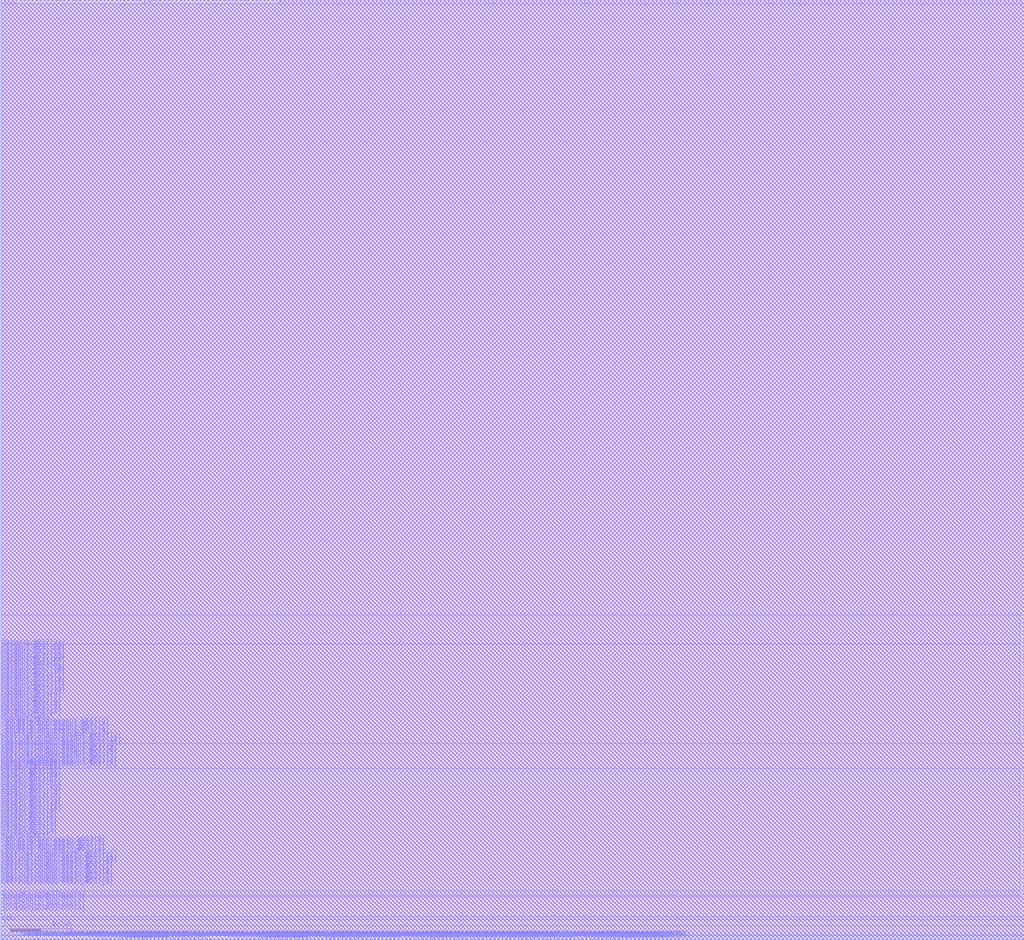
<source format=lef>
##
## LEF for PtnCells ;
## created by Encounter v14.23-s044_1 on Thu May 16 16:17:29 2019
##

VERSION 5.5 ;

NAMESCASESENSITIVE ON ;
BUSBITCHARS "[]" ;
DIVIDERCHAR "/" ;

MACRO router
  CLASS BLOCK ;
  SIZE 666.0000 BY 612.0000 ;
  FOREIGN router 0.0000 0.0000 ;
  ORIGIN 0 0 ;
  SYMMETRY X Y R90 ;
  PIN clk
    DIRECTION INPUT ;
    USE SIGNAL ;
    PORT
      LAYER M3 ;
        RECT 0.0000 10.9000 0.6000 11.1000 ;
    END
  END clk
  PIN reset
    DIRECTION INPUT ;
    USE SIGNAL ;
    PORT
      LAYER MQ ;
        RECT 359.6000 0.0000 360.0000 1.2000 ;
    END
  END reset
  PIN localRouterAddress[5]
    DIRECTION INPUT ;
    USE SIGNAL ;
    PORT
      LAYER M2 ;
        RECT 0.0000 26.9000 0.6000 27.1000 ;
    END
  END localRouterAddress[5]
  PIN localRouterAddress[4]
    DIRECTION INPUT ;
    USE SIGNAL ;
    PORT
      LAYER M2 ;
        RECT 0.0000 24.9000 0.6000 25.1000 ;
    END
  END localRouterAddress[4]
  PIN localRouterAddress[3]
    DIRECTION INPUT ;
    USE SIGNAL ;
    PORT
      LAYER M2 ;
        RECT 0.0000 22.9000 0.6000 23.1000 ;
    END
  END localRouterAddress[3]
  PIN localRouterAddress[2]
    DIRECTION INPUT ;
    USE SIGNAL ;
    PORT
      LAYER M2 ;
        RECT 0.0000 20.9000 0.6000 21.1000 ;
    END
  END localRouterAddress[2]
  PIN localRouterAddress[1]
    DIRECTION INPUT ;
    USE SIGNAL ;
    PORT
      LAYER M2 ;
        RECT 0.0000 18.9000 0.6000 19.1000 ;
    END
  END localRouterAddress[1]
  PIN localRouterAddress[0]
    DIRECTION INPUT ;
    USE SIGNAL ;
    PORT
      LAYER M2 ;
        RECT 0.0000 16.9000 0.6000 17.1000 ;
    END
  END localRouterAddress[0]
  PIN destinationAddressIn_NORTH[13]
    DIRECTION INPUT ;
    USE SIGNAL ;
    PORT
      LAYER M2 ;
        RECT 31.4000 611.4000 31.6000 612.0000 ;
    END
  END destinationAddressIn_NORTH[13]
  PIN destinationAddressIn_NORTH[12]
    DIRECTION INPUT ;
    USE SIGNAL ;
    PORT
      LAYER M2 ;
        RECT 29.9000 611.4000 30.1000 612.0000 ;
    END
  END destinationAddressIn_NORTH[12]
  PIN destinationAddressIn_NORTH[11]
    DIRECTION INPUT ;
    USE SIGNAL ;
    PORT
      LAYER M2 ;
        RECT 28.4000 611.4000 28.6000 612.0000 ;
    END
  END destinationAddressIn_NORTH[11]
  PIN destinationAddressIn_NORTH[10]
    DIRECTION INPUT ;
    USE SIGNAL ;
    PORT
      LAYER M2 ;
        RECT 26.9000 611.4000 27.1000 612.0000 ;
    END
  END destinationAddressIn_NORTH[10]
  PIN destinationAddressIn_NORTH[9]
    DIRECTION INPUT ;
    USE SIGNAL ;
    PORT
      LAYER M2 ;
        RECT 25.4000 611.4000 25.6000 612.0000 ;
    END
  END destinationAddressIn_NORTH[9]
  PIN destinationAddressIn_NORTH[8]
    DIRECTION INPUT ;
    USE SIGNAL ;
    PORT
      LAYER M2 ;
        RECT 23.9000 611.4000 24.1000 612.0000 ;
    END
  END destinationAddressIn_NORTH[8]
  PIN destinationAddressIn_NORTH[7]
    DIRECTION INPUT ;
    USE SIGNAL ;
    PORT
      LAYER M2 ;
        RECT 22.4000 611.4000 22.6000 612.0000 ;
    END
  END destinationAddressIn_NORTH[7]
  PIN destinationAddressIn_NORTH[6]
    DIRECTION INPUT ;
    USE SIGNAL ;
    PORT
      LAYER M2 ;
        RECT 20.9000 611.4000 21.1000 612.0000 ;
    END
  END destinationAddressIn_NORTH[6]
  PIN destinationAddressIn_NORTH[5]
    DIRECTION INPUT ;
    USE SIGNAL ;
    PORT
      LAYER M2 ;
        RECT 19.4000 611.4000 19.6000 612.0000 ;
    END
  END destinationAddressIn_NORTH[5]
  PIN destinationAddressIn_NORTH[4]
    DIRECTION INPUT ;
    USE SIGNAL ;
    PORT
      LAYER M2 ;
        RECT 17.9000 611.4000 18.1000 612.0000 ;
    END
  END destinationAddressIn_NORTH[4]
  PIN destinationAddressIn_NORTH[3]
    DIRECTION INPUT ;
    USE SIGNAL ;
    PORT
      LAYER M2 ;
        RECT 16.4000 611.4000 16.6000 612.0000 ;
    END
  END destinationAddressIn_NORTH[3]
  PIN destinationAddressIn_NORTH[2]
    DIRECTION INPUT ;
    USE SIGNAL ;
    PORT
      LAYER M2 ;
        RECT 14.9000 611.4000 15.1000 612.0000 ;
    END
  END destinationAddressIn_NORTH[2]
  PIN destinationAddressIn_NORTH[1]
    DIRECTION INPUT ;
    USE SIGNAL ;
    PORT
      LAYER M2 ;
        RECT 13.4000 611.4000 13.6000 612.0000 ;
    END
  END destinationAddressIn_NORTH[1]
  PIN destinationAddressIn_NORTH[0]
    DIRECTION INPUT ;
    USE SIGNAL ;
    PORT
      LAYER M2 ;
        RECT 11.9000 611.4000 12.1000 612.0000 ;
    END
  END destinationAddressIn_NORTH[0]
  PIN requesterAddressIn_NORTH[5]
    DIRECTION INPUT ;
    USE SIGNAL ;
    PORT
      LAYER M2 ;
        RECT 40.4000 611.4000 40.6000 612.0000 ;
    END
  END requesterAddressIn_NORTH[5]
  PIN requesterAddressIn_NORTH[4]
    DIRECTION INPUT ;
    USE SIGNAL ;
    PORT
      LAYER M2 ;
        RECT 38.9000 611.4000 39.1000 612.0000 ;
    END
  END requesterAddressIn_NORTH[4]
  PIN requesterAddressIn_NORTH[3]
    DIRECTION INPUT ;
    USE SIGNAL ;
    PORT
      LAYER M2 ;
        RECT 37.4000 611.4000 37.6000 612.0000 ;
    END
  END requesterAddressIn_NORTH[3]
  PIN requesterAddressIn_NORTH[2]
    DIRECTION INPUT ;
    USE SIGNAL ;
    PORT
      LAYER M2 ;
        RECT 35.9000 611.4000 36.1000 612.0000 ;
    END
  END requesterAddressIn_NORTH[2]
  PIN requesterAddressIn_NORTH[1]
    DIRECTION INPUT ;
    USE SIGNAL ;
    PORT
      LAYER M2 ;
        RECT 34.4000 611.4000 34.6000 612.0000 ;
    END
  END requesterAddressIn_NORTH[1]
  PIN requesterAddressIn_NORTH[0]
    DIRECTION INPUT ;
    USE SIGNAL ;
    PORT
      LAYER M2 ;
        RECT 32.9000 611.4000 33.1000 612.0000 ;
    END
  END requesterAddressIn_NORTH[0]
  PIN readIn_NORTH
    DIRECTION INPUT ;
    USE SIGNAL ;
    PORT
      LAYER M2 ;
        RECT 41.9000 611.4000 42.1000 612.0000 ;
    END
  END readIn_NORTH
  PIN writeIn_NORTH
    DIRECTION INPUT ;
    USE SIGNAL ;
    PORT
      LAYER M2 ;
        RECT 43.4000 611.4000 43.6000 612.0000 ;
    END
  END writeIn_NORTH
  PIN dataIn_NORTH[31]
    DIRECTION INPUT ;
    USE SIGNAL ;
    PORT
      LAYER M2 ;
        RECT 179.4000 611.4000 179.6000 612.0000 ;
    END
  END dataIn_NORTH[31]
  PIN dataIn_NORTH[30]
    DIRECTION INPUT ;
    USE SIGNAL ;
    PORT
      LAYER M2 ;
        RECT 177.9000 611.4000 178.1000 612.0000 ;
    END
  END dataIn_NORTH[30]
  PIN dataIn_NORTH[29]
    DIRECTION INPUT ;
    USE SIGNAL ;
    PORT
      LAYER M2 ;
        RECT 176.4000 611.4000 176.6000 612.0000 ;
    END
  END dataIn_NORTH[29]
  PIN dataIn_NORTH[28]
    DIRECTION INPUT ;
    USE SIGNAL ;
    PORT
      LAYER M2 ;
        RECT 174.9000 611.4000 175.1000 612.0000 ;
    END
  END dataIn_NORTH[28]
  PIN dataIn_NORTH[27]
    DIRECTION INPUT ;
    USE SIGNAL ;
    PORT
      LAYER M2 ;
        RECT 173.4000 611.4000 173.6000 612.0000 ;
    END
  END dataIn_NORTH[27]
  PIN dataIn_NORTH[26]
    DIRECTION INPUT ;
    USE SIGNAL ;
    PORT
      LAYER M2 ;
        RECT 171.9000 611.4000 172.1000 612.0000 ;
    END
  END dataIn_NORTH[26]
  PIN dataIn_NORTH[25]
    DIRECTION INPUT ;
    USE SIGNAL ;
    PORT
      LAYER M2 ;
        RECT 170.4000 611.4000 170.6000 612.0000 ;
    END
  END dataIn_NORTH[25]
  PIN dataIn_NORTH[24]
    DIRECTION INPUT ;
    USE SIGNAL ;
    PORT
      LAYER M2 ;
        RECT 168.9000 611.4000 169.1000 612.0000 ;
    END
  END dataIn_NORTH[24]
  PIN dataIn_NORTH[23]
    DIRECTION INPUT ;
    USE SIGNAL ;
    PORT
      LAYER M2 ;
        RECT 167.4000 611.4000 167.6000 612.0000 ;
    END
  END dataIn_NORTH[23]
  PIN dataIn_NORTH[22]
    DIRECTION INPUT ;
    USE SIGNAL ;
    PORT
      LAYER M2 ;
        RECT 165.9000 611.4000 166.1000 612.0000 ;
    END
  END dataIn_NORTH[22]
  PIN dataIn_NORTH[21]
    DIRECTION INPUT ;
    USE SIGNAL ;
    PORT
      LAYER M2 ;
        RECT 164.4000 611.4000 164.6000 612.0000 ;
    END
  END dataIn_NORTH[21]
  PIN dataIn_NORTH[20]
    DIRECTION INPUT ;
    USE SIGNAL ;
    PORT
      LAYER M2 ;
        RECT 162.9000 611.4000 163.1000 612.0000 ;
    END
  END dataIn_NORTH[20]
  PIN dataIn_NORTH[19]
    DIRECTION INPUT ;
    USE SIGNAL ;
    PORT
      LAYER M2 ;
        RECT 161.4000 611.4000 161.6000 612.0000 ;
    END
  END dataIn_NORTH[19]
  PIN dataIn_NORTH[18]
    DIRECTION INPUT ;
    USE SIGNAL ;
    PORT
      LAYER M2 ;
        RECT 159.9000 611.4000 160.1000 612.0000 ;
    END
  END dataIn_NORTH[18]
  PIN dataIn_NORTH[17]
    DIRECTION INPUT ;
    USE SIGNAL ;
    PORT
      LAYER M2 ;
        RECT 158.4000 611.4000 158.6000 612.0000 ;
    END
  END dataIn_NORTH[17]
  PIN dataIn_NORTH[16]
    DIRECTION INPUT ;
    USE SIGNAL ;
    PORT
      LAYER M2 ;
        RECT 156.9000 611.4000 157.1000 612.0000 ;
    END
  END dataIn_NORTH[16]
  PIN dataIn_NORTH[15]
    DIRECTION INPUT ;
    USE SIGNAL ;
    PORT
      LAYER M2 ;
        RECT 155.4000 611.4000 155.6000 612.0000 ;
    END
  END dataIn_NORTH[15]
  PIN dataIn_NORTH[14]
    DIRECTION INPUT ;
    USE SIGNAL ;
    PORT
      LAYER M2 ;
        RECT 153.9000 611.4000 154.1000 612.0000 ;
    END
  END dataIn_NORTH[14]
  PIN dataIn_NORTH[13]
    DIRECTION INPUT ;
    USE SIGNAL ;
    PORT
      LAYER M2 ;
        RECT 152.4000 611.4000 152.6000 612.0000 ;
    END
  END dataIn_NORTH[13]
  PIN dataIn_NORTH[12]
    DIRECTION INPUT ;
    USE SIGNAL ;
    PORT
      LAYER M2 ;
        RECT 150.9000 611.4000 151.1000 612.0000 ;
    END
  END dataIn_NORTH[12]
  PIN dataIn_NORTH[11]
    DIRECTION INPUT ;
    USE SIGNAL ;
    PORT
      LAYER M2 ;
        RECT 149.4000 611.4000 149.6000 612.0000 ;
    END
  END dataIn_NORTH[11]
  PIN dataIn_NORTH[10]
    DIRECTION INPUT ;
    USE SIGNAL ;
    PORT
      LAYER M2 ;
        RECT 147.9000 611.4000 148.1000 612.0000 ;
    END
  END dataIn_NORTH[10]
  PIN dataIn_NORTH[9]
    DIRECTION INPUT ;
    USE SIGNAL ;
    PORT
      LAYER M2 ;
        RECT 146.4000 611.4000 146.6000 612.0000 ;
    END
  END dataIn_NORTH[9]
  PIN dataIn_NORTH[8]
    DIRECTION INPUT ;
    USE SIGNAL ;
    PORT
      LAYER M2 ;
        RECT 144.9000 611.4000 145.1000 612.0000 ;
    END
  END dataIn_NORTH[8]
  PIN dataIn_NORTH[7]
    DIRECTION INPUT ;
    USE SIGNAL ;
    PORT
      LAYER M2 ;
        RECT 143.4000 611.4000 143.6000 612.0000 ;
    END
  END dataIn_NORTH[7]
  PIN dataIn_NORTH[6]
    DIRECTION INPUT ;
    USE SIGNAL ;
    PORT
      LAYER M2 ;
        RECT 141.9000 611.4000 142.1000 612.0000 ;
    END
  END dataIn_NORTH[6]
  PIN dataIn_NORTH[5]
    DIRECTION INPUT ;
    USE SIGNAL ;
    PORT
      LAYER M2 ;
        RECT 140.4000 611.4000 140.6000 612.0000 ;
    END
  END dataIn_NORTH[5]
  PIN dataIn_NORTH[4]
    DIRECTION INPUT ;
    USE SIGNAL ;
    PORT
      LAYER M2 ;
        RECT 138.9000 611.4000 139.1000 612.0000 ;
    END
  END dataIn_NORTH[4]
  PIN dataIn_NORTH[3]
    DIRECTION INPUT ;
    USE SIGNAL ;
    PORT
      LAYER M2 ;
        RECT 137.4000 611.4000 137.6000 612.0000 ;
    END
  END dataIn_NORTH[3]
  PIN dataIn_NORTH[2]
    DIRECTION INPUT ;
    USE SIGNAL ;
    PORT
      LAYER M2 ;
        RECT 135.9000 611.4000 136.1000 612.0000 ;
    END
  END dataIn_NORTH[2]
  PIN dataIn_NORTH[1]
    DIRECTION INPUT ;
    USE SIGNAL ;
    PORT
      LAYER M2 ;
        RECT 134.4000 611.4000 134.6000 612.0000 ;
    END
  END dataIn_NORTH[1]
  PIN dataIn_NORTH[0]
    DIRECTION INPUT ;
    USE SIGNAL ;
    PORT
      LAYER M2 ;
        RECT 132.9000 611.4000 133.1000 612.0000 ;
    END
  END dataIn_NORTH[0]
  PIN destinationAddressOut_NORTH[13]
    DIRECTION OUTPUT ;
    USE SIGNAL ;
    PORT
      LAYER M2 ;
        RECT 119.4000 611.4000 119.6000 612.0000 ;
    END
  END destinationAddressOut_NORTH[13]
  PIN destinationAddressOut_NORTH[12]
    DIRECTION OUTPUT ;
    USE SIGNAL ;
    PORT
      LAYER M2 ;
        RECT 117.9000 611.4000 118.1000 612.0000 ;
    END
  END destinationAddressOut_NORTH[12]
  PIN destinationAddressOut_NORTH[11]
    DIRECTION OUTPUT ;
    USE SIGNAL ;
    PORT
      LAYER M2 ;
        RECT 116.4000 611.4000 116.6000 612.0000 ;
    END
  END destinationAddressOut_NORTH[11]
  PIN destinationAddressOut_NORTH[10]
    DIRECTION OUTPUT ;
    USE SIGNAL ;
    PORT
      LAYER M2 ;
        RECT 114.9000 611.4000 115.1000 612.0000 ;
    END
  END destinationAddressOut_NORTH[10]
  PIN destinationAddressOut_NORTH[9]
    DIRECTION OUTPUT ;
    USE SIGNAL ;
    PORT
      LAYER M2 ;
        RECT 113.4000 611.4000 113.6000 612.0000 ;
    END
  END destinationAddressOut_NORTH[9]
  PIN destinationAddressOut_NORTH[8]
    DIRECTION OUTPUT ;
    USE SIGNAL ;
    PORT
      LAYER M2 ;
        RECT 111.9000 611.4000 112.1000 612.0000 ;
    END
  END destinationAddressOut_NORTH[8]
  PIN destinationAddressOut_NORTH[7]
    DIRECTION OUTPUT ;
    USE SIGNAL ;
    PORT
      LAYER M2 ;
        RECT 110.4000 611.4000 110.6000 612.0000 ;
    END
  END destinationAddressOut_NORTH[7]
  PIN destinationAddressOut_NORTH[6]
    DIRECTION OUTPUT ;
    USE SIGNAL ;
    PORT
      LAYER M2 ;
        RECT 108.9000 611.4000 109.1000 612.0000 ;
    END
  END destinationAddressOut_NORTH[6]
  PIN destinationAddressOut_NORTH[5]
    DIRECTION OUTPUT ;
    USE SIGNAL ;
    PORT
      LAYER M2 ;
        RECT 107.4000 611.4000 107.6000 612.0000 ;
    END
  END destinationAddressOut_NORTH[5]
  PIN destinationAddressOut_NORTH[4]
    DIRECTION OUTPUT ;
    USE SIGNAL ;
    PORT
      LAYER M2 ;
        RECT 105.9000 611.4000 106.1000 612.0000 ;
    END
  END destinationAddressOut_NORTH[4]
  PIN destinationAddressOut_NORTH[3]
    DIRECTION OUTPUT ;
    USE SIGNAL ;
    PORT
      LAYER M2 ;
        RECT 104.4000 611.4000 104.6000 612.0000 ;
    END
  END destinationAddressOut_NORTH[3]
  PIN destinationAddressOut_NORTH[2]
    DIRECTION OUTPUT ;
    USE SIGNAL ;
    PORT
      LAYER M2 ;
        RECT 102.9000 611.4000 103.1000 612.0000 ;
    END
  END destinationAddressOut_NORTH[2]
  PIN destinationAddressOut_NORTH[1]
    DIRECTION OUTPUT ;
    USE SIGNAL ;
    PORT
      LAYER M2 ;
        RECT 101.4000 611.4000 101.6000 612.0000 ;
    END
  END destinationAddressOut_NORTH[1]
  PIN destinationAddressOut_NORTH[0]
    DIRECTION OUTPUT ;
    USE SIGNAL ;
    PORT
      LAYER M2 ;
        RECT 99.9000 611.4000 100.1000 612.0000 ;
    END
  END destinationAddressOut_NORTH[0]
  PIN requesterAddressOut_NORTH[5]
    DIRECTION OUTPUT ;
    USE SIGNAL ;
    PORT
      LAYER M2 ;
        RECT 128.4000 611.4000 128.6000 612.0000 ;
    END
  END requesterAddressOut_NORTH[5]
  PIN requesterAddressOut_NORTH[4]
    DIRECTION OUTPUT ;
    USE SIGNAL ;
    PORT
      LAYER M2 ;
        RECT 126.9000 611.4000 127.1000 612.0000 ;
    END
  END requesterAddressOut_NORTH[4]
  PIN requesterAddressOut_NORTH[3]
    DIRECTION OUTPUT ;
    USE SIGNAL ;
    PORT
      LAYER M2 ;
        RECT 125.4000 611.4000 125.6000 612.0000 ;
    END
  END requesterAddressOut_NORTH[3]
  PIN requesterAddressOut_NORTH[2]
    DIRECTION OUTPUT ;
    USE SIGNAL ;
    PORT
      LAYER M2 ;
        RECT 123.9000 611.4000 124.1000 612.0000 ;
    END
  END requesterAddressOut_NORTH[2]
  PIN requesterAddressOut_NORTH[1]
    DIRECTION OUTPUT ;
    USE SIGNAL ;
    PORT
      LAYER M2 ;
        RECT 122.4000 611.4000 122.6000 612.0000 ;
    END
  END requesterAddressOut_NORTH[1]
  PIN requesterAddressOut_NORTH[0]
    DIRECTION OUTPUT ;
    USE SIGNAL ;
    PORT
      LAYER M2 ;
        RECT 120.9000 611.4000 121.1000 612.0000 ;
    END
  END requesterAddressOut_NORTH[0]
  PIN readOut_NORTH
    DIRECTION OUTPUT ;
    USE SIGNAL ;
    PORT
      LAYER M2 ;
        RECT 129.9000 611.4000 130.1000 612.0000 ;
    END
  END readOut_NORTH
  PIN writeOut_NORTH
    DIRECTION OUTPUT ;
    USE SIGNAL ;
    PORT
      LAYER M2 ;
        RECT 131.4000 611.4000 131.6000 612.0000 ;
    END
  END writeOut_NORTH
  PIN dataOut_NORTH[31]
    DIRECTION OUTPUT ;
    USE SIGNAL ;
    PORT
      LAYER M2 ;
        RECT 91.4000 611.4000 91.6000 612.0000 ;
    END
  END dataOut_NORTH[31]
  PIN dataOut_NORTH[30]
    DIRECTION OUTPUT ;
    USE SIGNAL ;
    PORT
      LAYER M2 ;
        RECT 89.9000 611.4000 90.1000 612.0000 ;
    END
  END dataOut_NORTH[30]
  PIN dataOut_NORTH[29]
    DIRECTION OUTPUT ;
    USE SIGNAL ;
    PORT
      LAYER M2 ;
        RECT 88.4000 611.4000 88.6000 612.0000 ;
    END
  END dataOut_NORTH[29]
  PIN dataOut_NORTH[28]
    DIRECTION OUTPUT ;
    USE SIGNAL ;
    PORT
      LAYER M2 ;
        RECT 86.9000 611.4000 87.1000 612.0000 ;
    END
  END dataOut_NORTH[28]
  PIN dataOut_NORTH[27]
    DIRECTION OUTPUT ;
    USE SIGNAL ;
    PORT
      LAYER M2 ;
        RECT 85.4000 611.4000 85.6000 612.0000 ;
    END
  END dataOut_NORTH[27]
  PIN dataOut_NORTH[26]
    DIRECTION OUTPUT ;
    USE SIGNAL ;
    PORT
      LAYER M2 ;
        RECT 83.9000 611.4000 84.1000 612.0000 ;
    END
  END dataOut_NORTH[26]
  PIN dataOut_NORTH[25]
    DIRECTION OUTPUT ;
    USE SIGNAL ;
    PORT
      LAYER M2 ;
        RECT 82.4000 611.4000 82.6000 612.0000 ;
    END
  END dataOut_NORTH[25]
  PIN dataOut_NORTH[24]
    DIRECTION OUTPUT ;
    USE SIGNAL ;
    PORT
      LAYER M2 ;
        RECT 80.9000 611.4000 81.1000 612.0000 ;
    END
  END dataOut_NORTH[24]
  PIN dataOut_NORTH[23]
    DIRECTION OUTPUT ;
    USE SIGNAL ;
    PORT
      LAYER M2 ;
        RECT 79.4000 611.4000 79.6000 612.0000 ;
    END
  END dataOut_NORTH[23]
  PIN dataOut_NORTH[22]
    DIRECTION OUTPUT ;
    USE SIGNAL ;
    PORT
      LAYER M2 ;
        RECT 77.9000 611.4000 78.1000 612.0000 ;
    END
  END dataOut_NORTH[22]
  PIN dataOut_NORTH[21]
    DIRECTION OUTPUT ;
    USE SIGNAL ;
    PORT
      LAYER M2 ;
        RECT 76.4000 611.4000 76.6000 612.0000 ;
    END
  END dataOut_NORTH[21]
  PIN dataOut_NORTH[20]
    DIRECTION OUTPUT ;
    USE SIGNAL ;
    PORT
      LAYER M2 ;
        RECT 74.9000 611.4000 75.1000 612.0000 ;
    END
  END dataOut_NORTH[20]
  PIN dataOut_NORTH[19]
    DIRECTION OUTPUT ;
    USE SIGNAL ;
    PORT
      LAYER M2 ;
        RECT 73.4000 611.4000 73.6000 612.0000 ;
    END
  END dataOut_NORTH[19]
  PIN dataOut_NORTH[18]
    DIRECTION OUTPUT ;
    USE SIGNAL ;
    PORT
      LAYER M2 ;
        RECT 71.9000 611.4000 72.1000 612.0000 ;
    END
  END dataOut_NORTH[18]
  PIN dataOut_NORTH[17]
    DIRECTION OUTPUT ;
    USE SIGNAL ;
    PORT
      LAYER M2 ;
        RECT 70.4000 611.4000 70.6000 612.0000 ;
    END
  END dataOut_NORTH[17]
  PIN dataOut_NORTH[16]
    DIRECTION OUTPUT ;
    USE SIGNAL ;
    PORT
      LAYER M2 ;
        RECT 68.9000 611.4000 69.1000 612.0000 ;
    END
  END dataOut_NORTH[16]
  PIN dataOut_NORTH[15]
    DIRECTION OUTPUT ;
    USE SIGNAL ;
    PORT
      LAYER M2 ;
        RECT 67.4000 611.4000 67.6000 612.0000 ;
    END
  END dataOut_NORTH[15]
  PIN dataOut_NORTH[14]
    DIRECTION OUTPUT ;
    USE SIGNAL ;
    PORT
      LAYER M2 ;
        RECT 65.9000 611.4000 66.1000 612.0000 ;
    END
  END dataOut_NORTH[14]
  PIN dataOut_NORTH[13]
    DIRECTION OUTPUT ;
    USE SIGNAL ;
    PORT
      LAYER M2 ;
        RECT 64.4000 611.4000 64.6000 612.0000 ;
    END
  END dataOut_NORTH[13]
  PIN dataOut_NORTH[12]
    DIRECTION OUTPUT ;
    USE SIGNAL ;
    PORT
      LAYER M2 ;
        RECT 62.9000 611.4000 63.1000 612.0000 ;
    END
  END dataOut_NORTH[12]
  PIN dataOut_NORTH[11]
    DIRECTION OUTPUT ;
    USE SIGNAL ;
    PORT
      LAYER M2 ;
        RECT 61.4000 611.4000 61.6000 612.0000 ;
    END
  END dataOut_NORTH[11]
  PIN dataOut_NORTH[10]
    DIRECTION OUTPUT ;
    USE SIGNAL ;
    PORT
      LAYER M2 ;
        RECT 59.9000 611.4000 60.1000 612.0000 ;
    END
  END dataOut_NORTH[10]
  PIN dataOut_NORTH[9]
    DIRECTION OUTPUT ;
    USE SIGNAL ;
    PORT
      LAYER M2 ;
        RECT 58.4000 611.4000 58.6000 612.0000 ;
    END
  END dataOut_NORTH[9]
  PIN dataOut_NORTH[8]
    DIRECTION OUTPUT ;
    USE SIGNAL ;
    PORT
      LAYER M2 ;
        RECT 56.9000 611.4000 57.1000 612.0000 ;
    END
  END dataOut_NORTH[8]
  PIN dataOut_NORTH[7]
    DIRECTION OUTPUT ;
    USE SIGNAL ;
    PORT
      LAYER M2 ;
        RECT 55.4000 611.4000 55.6000 612.0000 ;
    END
  END dataOut_NORTH[7]
  PIN dataOut_NORTH[6]
    DIRECTION OUTPUT ;
    USE SIGNAL ;
    PORT
      LAYER M2 ;
        RECT 53.9000 611.4000 54.1000 612.0000 ;
    END
  END dataOut_NORTH[6]
  PIN dataOut_NORTH[5]
    DIRECTION OUTPUT ;
    USE SIGNAL ;
    PORT
      LAYER M2 ;
        RECT 52.4000 611.4000 52.6000 612.0000 ;
    END
  END dataOut_NORTH[5]
  PIN dataOut_NORTH[4]
    DIRECTION OUTPUT ;
    USE SIGNAL ;
    PORT
      LAYER M2 ;
        RECT 50.9000 611.4000 51.1000 612.0000 ;
    END
  END dataOut_NORTH[4]
  PIN dataOut_NORTH[3]
    DIRECTION OUTPUT ;
    USE SIGNAL ;
    PORT
      LAYER M2 ;
        RECT 49.4000 611.4000 49.6000 612.0000 ;
    END
  END dataOut_NORTH[3]
  PIN dataOut_NORTH[2]
    DIRECTION OUTPUT ;
    USE SIGNAL ;
    PORT
      LAYER M2 ;
        RECT 47.9000 611.4000 48.1000 612.0000 ;
    END
  END dataOut_NORTH[2]
  PIN dataOut_NORTH[1]
    DIRECTION OUTPUT ;
    USE SIGNAL ;
    PORT
      LAYER M2 ;
        RECT 46.4000 611.4000 46.6000 612.0000 ;
    END
  END dataOut_NORTH[1]
  PIN dataOut_NORTH[0]
    DIRECTION OUTPUT ;
    USE SIGNAL ;
    PORT
      LAYER M2 ;
        RECT 44.9000 611.4000 45.1000 612.0000 ;
    END
  END dataOut_NORTH[0]
  PIN destinationAddressIn_SOUTH[13]
    DIRECTION INPUT ;
    USE SIGNAL ;
    PORT
      LAYER M2 ;
        RECT 31.4000 0.0000 31.6000 0.6000 ;
    END
  END destinationAddressIn_SOUTH[13]
  PIN destinationAddressIn_SOUTH[12]
    DIRECTION INPUT ;
    USE SIGNAL ;
    PORT
      LAYER M2 ;
        RECT 29.9000 0.0000 30.1000 0.6000 ;
    END
  END destinationAddressIn_SOUTH[12]
  PIN destinationAddressIn_SOUTH[11]
    DIRECTION INPUT ;
    USE SIGNAL ;
    PORT
      LAYER M2 ;
        RECT 28.4000 0.0000 28.6000 0.6000 ;
    END
  END destinationAddressIn_SOUTH[11]
  PIN destinationAddressIn_SOUTH[10]
    DIRECTION INPUT ;
    USE SIGNAL ;
    PORT
      LAYER M2 ;
        RECT 26.9000 0.0000 27.1000 0.6000 ;
    END
  END destinationAddressIn_SOUTH[10]
  PIN destinationAddressIn_SOUTH[9]
    DIRECTION INPUT ;
    USE SIGNAL ;
    PORT
      LAYER M2 ;
        RECT 25.4000 0.0000 25.6000 0.6000 ;
    END
  END destinationAddressIn_SOUTH[9]
  PIN destinationAddressIn_SOUTH[8]
    DIRECTION INPUT ;
    USE SIGNAL ;
    PORT
      LAYER M2 ;
        RECT 23.9000 0.0000 24.1000 0.6000 ;
    END
  END destinationAddressIn_SOUTH[8]
  PIN destinationAddressIn_SOUTH[7]
    DIRECTION INPUT ;
    USE SIGNAL ;
    PORT
      LAYER M2 ;
        RECT 22.4000 0.0000 22.6000 0.6000 ;
    END
  END destinationAddressIn_SOUTH[7]
  PIN destinationAddressIn_SOUTH[6]
    DIRECTION INPUT ;
    USE SIGNAL ;
    PORT
      LAYER M2 ;
        RECT 20.9000 0.0000 21.1000 0.6000 ;
    END
  END destinationAddressIn_SOUTH[6]
  PIN destinationAddressIn_SOUTH[5]
    DIRECTION INPUT ;
    USE SIGNAL ;
    PORT
      LAYER M2 ;
        RECT 19.4000 0.0000 19.6000 0.6000 ;
    END
  END destinationAddressIn_SOUTH[5]
  PIN destinationAddressIn_SOUTH[4]
    DIRECTION INPUT ;
    USE SIGNAL ;
    PORT
      LAYER M2 ;
        RECT 17.9000 0.0000 18.1000 0.6000 ;
    END
  END destinationAddressIn_SOUTH[4]
  PIN destinationAddressIn_SOUTH[3]
    DIRECTION INPUT ;
    USE SIGNAL ;
    PORT
      LAYER M2 ;
        RECT 16.4000 0.0000 16.6000 0.6000 ;
    END
  END destinationAddressIn_SOUTH[3]
  PIN destinationAddressIn_SOUTH[2]
    DIRECTION INPUT ;
    USE SIGNAL ;
    PORT
      LAYER M2 ;
        RECT 14.9000 0.0000 15.1000 0.6000 ;
    END
  END destinationAddressIn_SOUTH[2]
  PIN destinationAddressIn_SOUTH[1]
    DIRECTION INPUT ;
    USE SIGNAL ;
    PORT
      LAYER M2 ;
        RECT 13.4000 0.0000 13.6000 0.6000 ;
    END
  END destinationAddressIn_SOUTH[1]
  PIN destinationAddressIn_SOUTH[0]
    DIRECTION INPUT ;
    USE SIGNAL ;
    PORT
      LAYER M2 ;
        RECT 11.9000 0.0000 12.1000 0.6000 ;
    END
  END destinationAddressIn_SOUTH[0]
  PIN requesterAddressIn_SOUTH[5]
    DIRECTION INPUT ;
    USE SIGNAL ;
    PORT
      LAYER M2 ;
        RECT 40.4000 0.0000 40.6000 0.6000 ;
    END
  END requesterAddressIn_SOUTH[5]
  PIN requesterAddressIn_SOUTH[4]
    DIRECTION INPUT ;
    USE SIGNAL ;
    PORT
      LAYER M2 ;
        RECT 38.9000 0.0000 39.1000 0.6000 ;
    END
  END requesterAddressIn_SOUTH[4]
  PIN requesterAddressIn_SOUTH[3]
    DIRECTION INPUT ;
    USE SIGNAL ;
    PORT
      LAYER M2 ;
        RECT 37.4000 0.0000 37.6000 0.6000 ;
    END
  END requesterAddressIn_SOUTH[3]
  PIN requesterAddressIn_SOUTH[2]
    DIRECTION INPUT ;
    USE SIGNAL ;
    PORT
      LAYER M2 ;
        RECT 35.9000 0.0000 36.1000 0.6000 ;
    END
  END requesterAddressIn_SOUTH[2]
  PIN requesterAddressIn_SOUTH[1]
    DIRECTION INPUT ;
    USE SIGNAL ;
    PORT
      LAYER M2 ;
        RECT 34.4000 0.0000 34.6000 0.6000 ;
    END
  END requesterAddressIn_SOUTH[1]
  PIN requesterAddressIn_SOUTH[0]
    DIRECTION INPUT ;
    USE SIGNAL ;
    PORT
      LAYER M2 ;
        RECT 32.9000 0.0000 33.1000 0.6000 ;
    END
  END requesterAddressIn_SOUTH[0]
  PIN readIn_SOUTH
    DIRECTION INPUT ;
    USE SIGNAL ;
    PORT
      LAYER M2 ;
        RECT 41.9000 0.0000 42.1000 0.6000 ;
    END
  END readIn_SOUTH
  PIN writeIn_SOUTH
    DIRECTION INPUT ;
    USE SIGNAL ;
    PORT
      LAYER M2 ;
        RECT 43.4000 0.0000 43.6000 0.6000 ;
    END
  END writeIn_SOUTH
  PIN dataIn_SOUTH[31]
    DIRECTION INPUT ;
    USE SIGNAL ;
    PORT
      LAYER M2 ;
        RECT 91.4000 0.0000 91.6000 0.6000 ;
    END
  END dataIn_SOUTH[31]
  PIN dataIn_SOUTH[30]
    DIRECTION INPUT ;
    USE SIGNAL ;
    PORT
      LAYER M2 ;
        RECT 89.9000 0.0000 90.1000 0.6000 ;
    END
  END dataIn_SOUTH[30]
  PIN dataIn_SOUTH[29]
    DIRECTION INPUT ;
    USE SIGNAL ;
    PORT
      LAYER M2 ;
        RECT 88.4000 0.0000 88.6000 0.6000 ;
    END
  END dataIn_SOUTH[29]
  PIN dataIn_SOUTH[28]
    DIRECTION INPUT ;
    USE SIGNAL ;
    PORT
      LAYER M2 ;
        RECT 86.9000 0.0000 87.1000 0.6000 ;
    END
  END dataIn_SOUTH[28]
  PIN dataIn_SOUTH[27]
    DIRECTION INPUT ;
    USE SIGNAL ;
    PORT
      LAYER M2 ;
        RECT 85.4000 0.0000 85.6000 0.6000 ;
    END
  END dataIn_SOUTH[27]
  PIN dataIn_SOUTH[26]
    DIRECTION INPUT ;
    USE SIGNAL ;
    PORT
      LAYER M2 ;
        RECT 83.9000 0.0000 84.1000 0.6000 ;
    END
  END dataIn_SOUTH[26]
  PIN dataIn_SOUTH[25]
    DIRECTION INPUT ;
    USE SIGNAL ;
    PORT
      LAYER M2 ;
        RECT 82.4000 0.0000 82.6000 0.6000 ;
    END
  END dataIn_SOUTH[25]
  PIN dataIn_SOUTH[24]
    DIRECTION INPUT ;
    USE SIGNAL ;
    PORT
      LAYER M2 ;
        RECT 80.9000 0.0000 81.1000 0.6000 ;
    END
  END dataIn_SOUTH[24]
  PIN dataIn_SOUTH[23]
    DIRECTION INPUT ;
    USE SIGNAL ;
    PORT
      LAYER M2 ;
        RECT 79.4000 0.0000 79.6000 0.6000 ;
    END
  END dataIn_SOUTH[23]
  PIN dataIn_SOUTH[22]
    DIRECTION INPUT ;
    USE SIGNAL ;
    PORT
      LAYER M2 ;
        RECT 77.9000 0.0000 78.1000 0.6000 ;
    END
  END dataIn_SOUTH[22]
  PIN dataIn_SOUTH[21]
    DIRECTION INPUT ;
    USE SIGNAL ;
    PORT
      LAYER M2 ;
        RECT 76.4000 0.0000 76.6000 0.6000 ;
    END
  END dataIn_SOUTH[21]
  PIN dataIn_SOUTH[20]
    DIRECTION INPUT ;
    USE SIGNAL ;
    PORT
      LAYER M2 ;
        RECT 74.9000 0.0000 75.1000 0.6000 ;
    END
  END dataIn_SOUTH[20]
  PIN dataIn_SOUTH[19]
    DIRECTION INPUT ;
    USE SIGNAL ;
    PORT
      LAYER M2 ;
        RECT 73.4000 0.0000 73.6000 0.6000 ;
    END
  END dataIn_SOUTH[19]
  PIN dataIn_SOUTH[18]
    DIRECTION INPUT ;
    USE SIGNAL ;
    PORT
      LAYER M2 ;
        RECT 71.9000 0.0000 72.1000 0.6000 ;
    END
  END dataIn_SOUTH[18]
  PIN dataIn_SOUTH[17]
    DIRECTION INPUT ;
    USE SIGNAL ;
    PORT
      LAYER M2 ;
        RECT 70.4000 0.0000 70.6000 0.6000 ;
    END
  END dataIn_SOUTH[17]
  PIN dataIn_SOUTH[16]
    DIRECTION INPUT ;
    USE SIGNAL ;
    PORT
      LAYER M2 ;
        RECT 68.9000 0.0000 69.1000 0.6000 ;
    END
  END dataIn_SOUTH[16]
  PIN dataIn_SOUTH[15]
    DIRECTION INPUT ;
    USE SIGNAL ;
    PORT
      LAYER M2 ;
        RECT 67.4000 0.0000 67.6000 0.6000 ;
    END
  END dataIn_SOUTH[15]
  PIN dataIn_SOUTH[14]
    DIRECTION INPUT ;
    USE SIGNAL ;
    PORT
      LAYER M2 ;
        RECT 65.9000 0.0000 66.1000 0.6000 ;
    END
  END dataIn_SOUTH[14]
  PIN dataIn_SOUTH[13]
    DIRECTION INPUT ;
    USE SIGNAL ;
    PORT
      LAYER M2 ;
        RECT 64.4000 0.0000 64.6000 0.6000 ;
    END
  END dataIn_SOUTH[13]
  PIN dataIn_SOUTH[12]
    DIRECTION INPUT ;
    USE SIGNAL ;
    PORT
      LAYER M2 ;
        RECT 62.9000 0.0000 63.1000 0.6000 ;
    END
  END dataIn_SOUTH[12]
  PIN dataIn_SOUTH[11]
    DIRECTION INPUT ;
    USE SIGNAL ;
    PORT
      LAYER M2 ;
        RECT 61.4000 0.0000 61.6000 0.6000 ;
    END
  END dataIn_SOUTH[11]
  PIN dataIn_SOUTH[10]
    DIRECTION INPUT ;
    USE SIGNAL ;
    PORT
      LAYER M2 ;
        RECT 59.9000 0.0000 60.1000 0.6000 ;
    END
  END dataIn_SOUTH[10]
  PIN dataIn_SOUTH[9]
    DIRECTION INPUT ;
    USE SIGNAL ;
    PORT
      LAYER M2 ;
        RECT 58.4000 0.0000 58.6000 0.6000 ;
    END
  END dataIn_SOUTH[9]
  PIN dataIn_SOUTH[8]
    DIRECTION INPUT ;
    USE SIGNAL ;
    PORT
      LAYER M2 ;
        RECT 56.9000 0.0000 57.1000 0.6000 ;
    END
  END dataIn_SOUTH[8]
  PIN dataIn_SOUTH[7]
    DIRECTION INPUT ;
    USE SIGNAL ;
    PORT
      LAYER M2 ;
        RECT 55.4000 0.0000 55.6000 0.6000 ;
    END
  END dataIn_SOUTH[7]
  PIN dataIn_SOUTH[6]
    DIRECTION INPUT ;
    USE SIGNAL ;
    PORT
      LAYER M2 ;
        RECT 53.9000 0.0000 54.1000 0.6000 ;
    END
  END dataIn_SOUTH[6]
  PIN dataIn_SOUTH[5]
    DIRECTION INPUT ;
    USE SIGNAL ;
    PORT
      LAYER M2 ;
        RECT 52.4000 0.0000 52.6000 0.6000 ;
    END
  END dataIn_SOUTH[5]
  PIN dataIn_SOUTH[4]
    DIRECTION INPUT ;
    USE SIGNAL ;
    PORT
      LAYER M2 ;
        RECT 50.9000 0.0000 51.1000 0.6000 ;
    END
  END dataIn_SOUTH[4]
  PIN dataIn_SOUTH[3]
    DIRECTION INPUT ;
    USE SIGNAL ;
    PORT
      LAYER M2 ;
        RECT 49.4000 0.0000 49.6000 0.6000 ;
    END
  END dataIn_SOUTH[3]
  PIN dataIn_SOUTH[2]
    DIRECTION INPUT ;
    USE SIGNAL ;
    PORT
      LAYER M2 ;
        RECT 47.9000 0.0000 48.1000 0.6000 ;
    END
  END dataIn_SOUTH[2]
  PIN dataIn_SOUTH[1]
    DIRECTION INPUT ;
    USE SIGNAL ;
    PORT
      LAYER M2 ;
        RECT 46.4000 0.0000 46.6000 0.6000 ;
    END
  END dataIn_SOUTH[1]
  PIN dataIn_SOUTH[0]
    DIRECTION INPUT ;
    USE SIGNAL ;
    PORT
      LAYER M2 ;
        RECT 44.9000 0.0000 45.1000 0.6000 ;
    END
  END dataIn_SOUTH[0]
  PIN destinationAddressOut_SOUTH[13]
    DIRECTION OUTPUT ;
    USE SIGNAL ;
    PORT
      LAYER M2 ;
        RECT 119.4000 0.0000 119.6000 0.6000 ;
    END
  END destinationAddressOut_SOUTH[13]
  PIN destinationAddressOut_SOUTH[12]
    DIRECTION OUTPUT ;
    USE SIGNAL ;
    PORT
      LAYER M2 ;
        RECT 117.9000 0.0000 118.1000 0.6000 ;
    END
  END destinationAddressOut_SOUTH[12]
  PIN destinationAddressOut_SOUTH[11]
    DIRECTION OUTPUT ;
    USE SIGNAL ;
    PORT
      LAYER M2 ;
        RECT 116.4000 0.0000 116.6000 0.6000 ;
    END
  END destinationAddressOut_SOUTH[11]
  PIN destinationAddressOut_SOUTH[10]
    DIRECTION OUTPUT ;
    USE SIGNAL ;
    PORT
      LAYER M2 ;
        RECT 114.9000 0.0000 115.1000 0.6000 ;
    END
  END destinationAddressOut_SOUTH[10]
  PIN destinationAddressOut_SOUTH[9]
    DIRECTION OUTPUT ;
    USE SIGNAL ;
    PORT
      LAYER M2 ;
        RECT 113.4000 0.0000 113.6000 0.6000 ;
    END
  END destinationAddressOut_SOUTH[9]
  PIN destinationAddressOut_SOUTH[8]
    DIRECTION OUTPUT ;
    USE SIGNAL ;
    PORT
      LAYER M2 ;
        RECT 111.9000 0.0000 112.1000 0.6000 ;
    END
  END destinationAddressOut_SOUTH[8]
  PIN destinationAddressOut_SOUTH[7]
    DIRECTION OUTPUT ;
    USE SIGNAL ;
    PORT
      LAYER M2 ;
        RECT 110.4000 0.0000 110.6000 0.6000 ;
    END
  END destinationAddressOut_SOUTH[7]
  PIN destinationAddressOut_SOUTH[6]
    DIRECTION OUTPUT ;
    USE SIGNAL ;
    PORT
      LAYER M2 ;
        RECT 108.9000 0.0000 109.1000 0.6000 ;
    END
  END destinationAddressOut_SOUTH[6]
  PIN destinationAddressOut_SOUTH[5]
    DIRECTION OUTPUT ;
    USE SIGNAL ;
    PORT
      LAYER M2 ;
        RECT 107.4000 0.0000 107.6000 0.6000 ;
    END
  END destinationAddressOut_SOUTH[5]
  PIN destinationAddressOut_SOUTH[4]
    DIRECTION OUTPUT ;
    USE SIGNAL ;
    PORT
      LAYER M2 ;
        RECT 105.9000 0.0000 106.1000 0.6000 ;
    END
  END destinationAddressOut_SOUTH[4]
  PIN destinationAddressOut_SOUTH[3]
    DIRECTION OUTPUT ;
    USE SIGNAL ;
    PORT
      LAYER M2 ;
        RECT 104.4000 0.0000 104.6000 0.6000 ;
    END
  END destinationAddressOut_SOUTH[3]
  PIN destinationAddressOut_SOUTH[2]
    DIRECTION OUTPUT ;
    USE SIGNAL ;
    PORT
      LAYER M2 ;
        RECT 102.9000 0.0000 103.1000 0.6000 ;
    END
  END destinationAddressOut_SOUTH[2]
  PIN destinationAddressOut_SOUTH[1]
    DIRECTION OUTPUT ;
    USE SIGNAL ;
    PORT
      LAYER M2 ;
        RECT 101.4000 0.0000 101.6000 0.6000 ;
    END
  END destinationAddressOut_SOUTH[1]
  PIN destinationAddressOut_SOUTH[0]
    DIRECTION OUTPUT ;
    USE SIGNAL ;
    PORT
      LAYER M2 ;
        RECT 99.9000 0.0000 100.1000 0.6000 ;
    END
  END destinationAddressOut_SOUTH[0]
  PIN requesterAddressOut_SOUTH[5]
    DIRECTION OUTPUT ;
    USE SIGNAL ;
    PORT
      LAYER M2 ;
        RECT 128.4000 0.0000 128.6000 0.6000 ;
    END
  END requesterAddressOut_SOUTH[5]
  PIN requesterAddressOut_SOUTH[4]
    DIRECTION OUTPUT ;
    USE SIGNAL ;
    PORT
      LAYER M2 ;
        RECT 126.9000 0.0000 127.1000 0.6000 ;
    END
  END requesterAddressOut_SOUTH[4]
  PIN requesterAddressOut_SOUTH[3]
    DIRECTION OUTPUT ;
    USE SIGNAL ;
    PORT
      LAYER M2 ;
        RECT 125.4000 0.0000 125.6000 0.6000 ;
    END
  END requesterAddressOut_SOUTH[3]
  PIN requesterAddressOut_SOUTH[2]
    DIRECTION OUTPUT ;
    USE SIGNAL ;
    PORT
      LAYER M2 ;
        RECT 123.9000 0.0000 124.1000 0.6000 ;
    END
  END requesterAddressOut_SOUTH[2]
  PIN requesterAddressOut_SOUTH[1]
    DIRECTION OUTPUT ;
    USE SIGNAL ;
    PORT
      LAYER M2 ;
        RECT 122.4000 0.0000 122.6000 0.6000 ;
    END
  END requesterAddressOut_SOUTH[1]
  PIN requesterAddressOut_SOUTH[0]
    DIRECTION OUTPUT ;
    USE SIGNAL ;
    PORT
      LAYER M2 ;
        RECT 120.9000 0.0000 121.1000 0.6000 ;
    END
  END requesterAddressOut_SOUTH[0]
  PIN readOut_SOUTH
    DIRECTION OUTPUT ;
    USE SIGNAL ;
    PORT
      LAYER M2 ;
        RECT 129.9000 0.0000 130.1000 0.6000 ;
    END
  END readOut_SOUTH
  PIN writeOut_SOUTH
    DIRECTION OUTPUT ;
    USE SIGNAL ;
    PORT
      LAYER M2 ;
        RECT 131.4000 0.0000 131.6000 0.6000 ;
    END
  END writeOut_SOUTH
  PIN dataOut_SOUTH[31]
    DIRECTION OUTPUT ;
    USE SIGNAL ;
    PORT
      LAYER M2 ;
        RECT 179.4000 0.0000 179.6000 0.6000 ;
    END
  END dataOut_SOUTH[31]
  PIN dataOut_SOUTH[30]
    DIRECTION OUTPUT ;
    USE SIGNAL ;
    PORT
      LAYER M2 ;
        RECT 177.9000 0.0000 178.1000 0.6000 ;
    END
  END dataOut_SOUTH[30]
  PIN dataOut_SOUTH[29]
    DIRECTION OUTPUT ;
    USE SIGNAL ;
    PORT
      LAYER M2 ;
        RECT 176.4000 0.0000 176.6000 0.6000 ;
    END
  END dataOut_SOUTH[29]
  PIN dataOut_SOUTH[28]
    DIRECTION OUTPUT ;
    USE SIGNAL ;
    PORT
      LAYER M2 ;
        RECT 174.9000 0.0000 175.1000 0.6000 ;
    END
  END dataOut_SOUTH[28]
  PIN dataOut_SOUTH[27]
    DIRECTION OUTPUT ;
    USE SIGNAL ;
    PORT
      LAYER M2 ;
        RECT 173.4000 0.0000 173.6000 0.6000 ;
    END
  END dataOut_SOUTH[27]
  PIN dataOut_SOUTH[26]
    DIRECTION OUTPUT ;
    USE SIGNAL ;
    PORT
      LAYER M2 ;
        RECT 171.9000 0.0000 172.1000 0.6000 ;
    END
  END dataOut_SOUTH[26]
  PIN dataOut_SOUTH[25]
    DIRECTION OUTPUT ;
    USE SIGNAL ;
    PORT
      LAYER M2 ;
        RECT 170.4000 0.0000 170.6000 0.6000 ;
    END
  END dataOut_SOUTH[25]
  PIN dataOut_SOUTH[24]
    DIRECTION OUTPUT ;
    USE SIGNAL ;
    PORT
      LAYER M2 ;
        RECT 168.9000 0.0000 169.1000 0.6000 ;
    END
  END dataOut_SOUTH[24]
  PIN dataOut_SOUTH[23]
    DIRECTION OUTPUT ;
    USE SIGNAL ;
    PORT
      LAYER M2 ;
        RECT 167.4000 0.0000 167.6000 0.6000 ;
    END
  END dataOut_SOUTH[23]
  PIN dataOut_SOUTH[22]
    DIRECTION OUTPUT ;
    USE SIGNAL ;
    PORT
      LAYER M2 ;
        RECT 165.9000 0.0000 166.1000 0.6000 ;
    END
  END dataOut_SOUTH[22]
  PIN dataOut_SOUTH[21]
    DIRECTION OUTPUT ;
    USE SIGNAL ;
    PORT
      LAYER M2 ;
        RECT 164.4000 0.0000 164.6000 0.6000 ;
    END
  END dataOut_SOUTH[21]
  PIN dataOut_SOUTH[20]
    DIRECTION OUTPUT ;
    USE SIGNAL ;
    PORT
      LAYER M2 ;
        RECT 162.9000 0.0000 163.1000 0.6000 ;
    END
  END dataOut_SOUTH[20]
  PIN dataOut_SOUTH[19]
    DIRECTION OUTPUT ;
    USE SIGNAL ;
    PORT
      LAYER M2 ;
        RECT 161.4000 0.0000 161.6000 0.6000 ;
    END
  END dataOut_SOUTH[19]
  PIN dataOut_SOUTH[18]
    DIRECTION OUTPUT ;
    USE SIGNAL ;
    PORT
      LAYER M2 ;
        RECT 159.9000 0.0000 160.1000 0.6000 ;
    END
  END dataOut_SOUTH[18]
  PIN dataOut_SOUTH[17]
    DIRECTION OUTPUT ;
    USE SIGNAL ;
    PORT
      LAYER M2 ;
        RECT 158.4000 0.0000 158.6000 0.6000 ;
    END
  END dataOut_SOUTH[17]
  PIN dataOut_SOUTH[16]
    DIRECTION OUTPUT ;
    USE SIGNAL ;
    PORT
      LAYER M2 ;
        RECT 156.9000 0.0000 157.1000 0.6000 ;
    END
  END dataOut_SOUTH[16]
  PIN dataOut_SOUTH[15]
    DIRECTION OUTPUT ;
    USE SIGNAL ;
    PORT
      LAYER M2 ;
        RECT 155.4000 0.0000 155.6000 0.6000 ;
    END
  END dataOut_SOUTH[15]
  PIN dataOut_SOUTH[14]
    DIRECTION OUTPUT ;
    USE SIGNAL ;
    PORT
      LAYER M2 ;
        RECT 153.9000 0.0000 154.1000 0.6000 ;
    END
  END dataOut_SOUTH[14]
  PIN dataOut_SOUTH[13]
    DIRECTION OUTPUT ;
    USE SIGNAL ;
    PORT
      LAYER M2 ;
        RECT 152.4000 0.0000 152.6000 0.6000 ;
    END
  END dataOut_SOUTH[13]
  PIN dataOut_SOUTH[12]
    DIRECTION OUTPUT ;
    USE SIGNAL ;
    PORT
      LAYER M2 ;
        RECT 150.9000 0.0000 151.1000 0.6000 ;
    END
  END dataOut_SOUTH[12]
  PIN dataOut_SOUTH[11]
    DIRECTION OUTPUT ;
    USE SIGNAL ;
    PORT
      LAYER M2 ;
        RECT 149.4000 0.0000 149.6000 0.6000 ;
    END
  END dataOut_SOUTH[11]
  PIN dataOut_SOUTH[10]
    DIRECTION OUTPUT ;
    USE SIGNAL ;
    PORT
      LAYER M2 ;
        RECT 147.9000 0.0000 148.1000 0.6000 ;
    END
  END dataOut_SOUTH[10]
  PIN dataOut_SOUTH[9]
    DIRECTION OUTPUT ;
    USE SIGNAL ;
    PORT
      LAYER M2 ;
        RECT 146.4000 0.0000 146.6000 0.6000 ;
    END
  END dataOut_SOUTH[9]
  PIN dataOut_SOUTH[8]
    DIRECTION OUTPUT ;
    USE SIGNAL ;
    PORT
      LAYER M2 ;
        RECT 144.9000 0.0000 145.1000 0.6000 ;
    END
  END dataOut_SOUTH[8]
  PIN dataOut_SOUTH[7]
    DIRECTION OUTPUT ;
    USE SIGNAL ;
    PORT
      LAYER M2 ;
        RECT 143.4000 0.0000 143.6000 0.6000 ;
    END
  END dataOut_SOUTH[7]
  PIN dataOut_SOUTH[6]
    DIRECTION OUTPUT ;
    USE SIGNAL ;
    PORT
      LAYER M2 ;
        RECT 141.9000 0.0000 142.1000 0.6000 ;
    END
  END dataOut_SOUTH[6]
  PIN dataOut_SOUTH[5]
    DIRECTION OUTPUT ;
    USE SIGNAL ;
    PORT
      LAYER M2 ;
        RECT 140.4000 0.0000 140.6000 0.6000 ;
    END
  END dataOut_SOUTH[5]
  PIN dataOut_SOUTH[4]
    DIRECTION OUTPUT ;
    USE SIGNAL ;
    PORT
      LAYER M2 ;
        RECT 138.9000 0.0000 139.1000 0.6000 ;
    END
  END dataOut_SOUTH[4]
  PIN dataOut_SOUTH[3]
    DIRECTION OUTPUT ;
    USE SIGNAL ;
    PORT
      LAYER M2 ;
        RECT 137.4000 0.0000 137.6000 0.6000 ;
    END
  END dataOut_SOUTH[3]
  PIN dataOut_SOUTH[2]
    DIRECTION OUTPUT ;
    USE SIGNAL ;
    PORT
      LAYER M2 ;
        RECT 135.9000 0.0000 136.1000 0.6000 ;
    END
  END dataOut_SOUTH[2]
  PIN dataOut_SOUTH[1]
    DIRECTION OUTPUT ;
    USE SIGNAL ;
    PORT
      LAYER M2 ;
        RECT 134.4000 0.0000 134.6000 0.6000 ;
    END
  END dataOut_SOUTH[1]
  PIN dataOut_SOUTH[0]
    DIRECTION OUTPUT ;
    USE SIGNAL ;
    PORT
      LAYER M2 ;
        RECT 132.9000 0.0000 133.1000 0.6000 ;
    END
  END dataOut_SOUTH[0]
  PIN destinationAddressIn_EAST[13]
    DIRECTION INPUT ;
    USE SIGNAL ;
    PORT
      LAYER M2 ;
        RECT 665.4000 49.4000 666.0000 49.6000 ;
    END
  END destinationAddressIn_EAST[13]
  PIN destinationAddressIn_EAST[12]
    DIRECTION INPUT ;
    USE SIGNAL ;
    PORT
      LAYER M2 ;
        RECT 665.4000 47.9000 666.0000 48.1000 ;
    END
  END destinationAddressIn_EAST[12]
  PIN destinationAddressIn_EAST[11]
    DIRECTION INPUT ;
    USE SIGNAL ;
    PORT
      LAYER M2 ;
        RECT 665.4000 46.4000 666.0000 46.6000 ;
    END
  END destinationAddressIn_EAST[11]
  PIN destinationAddressIn_EAST[10]
    DIRECTION INPUT ;
    USE SIGNAL ;
    PORT
      LAYER M2 ;
        RECT 665.4000 44.9000 666.0000 45.1000 ;
    END
  END destinationAddressIn_EAST[10]
  PIN destinationAddressIn_EAST[9]
    DIRECTION INPUT ;
    USE SIGNAL ;
    PORT
      LAYER M2 ;
        RECT 665.4000 43.4000 666.0000 43.6000 ;
    END
  END destinationAddressIn_EAST[9]
  PIN destinationAddressIn_EAST[8]
    DIRECTION INPUT ;
    USE SIGNAL ;
    PORT
      LAYER M2 ;
        RECT 665.4000 41.9000 666.0000 42.1000 ;
    END
  END destinationAddressIn_EAST[8]
  PIN destinationAddressIn_EAST[7]
    DIRECTION INPUT ;
    USE SIGNAL ;
    PORT
      LAYER M2 ;
        RECT 665.4000 40.4000 666.0000 40.6000 ;
    END
  END destinationAddressIn_EAST[7]
  PIN destinationAddressIn_EAST[6]
    DIRECTION INPUT ;
    USE SIGNAL ;
    PORT
      LAYER M2 ;
        RECT 665.4000 38.9000 666.0000 39.1000 ;
    END
  END destinationAddressIn_EAST[6]
  PIN destinationAddressIn_EAST[5]
    DIRECTION INPUT ;
    USE SIGNAL ;
    PORT
      LAYER M2 ;
        RECT 665.4000 37.4000 666.0000 37.6000 ;
    END
  END destinationAddressIn_EAST[5]
  PIN destinationAddressIn_EAST[4]
    DIRECTION INPUT ;
    USE SIGNAL ;
    PORT
      LAYER M2 ;
        RECT 665.4000 35.9000 666.0000 36.1000 ;
    END
  END destinationAddressIn_EAST[4]
  PIN destinationAddressIn_EAST[3]
    DIRECTION INPUT ;
    USE SIGNAL ;
    PORT
      LAYER M2 ;
        RECT 665.4000 34.4000 666.0000 34.6000 ;
    END
  END destinationAddressIn_EAST[3]
  PIN destinationAddressIn_EAST[2]
    DIRECTION INPUT ;
    USE SIGNAL ;
    PORT
      LAYER M2 ;
        RECT 665.4000 32.9000 666.0000 33.1000 ;
    END
  END destinationAddressIn_EAST[2]
  PIN destinationAddressIn_EAST[1]
    DIRECTION INPUT ;
    USE SIGNAL ;
    PORT
      LAYER M2 ;
        RECT 665.4000 31.4000 666.0000 31.6000 ;
    END
  END destinationAddressIn_EAST[1]
  PIN destinationAddressIn_EAST[0]
    DIRECTION INPUT ;
    USE SIGNAL ;
    PORT
      LAYER M2 ;
        RECT 665.4000 29.9000 666.0000 30.1000 ;
    END
  END destinationAddressIn_EAST[0]
  PIN requesterAddressIn_EAST[5]
    DIRECTION INPUT ;
    USE SIGNAL ;
    PORT
      LAYER M2 ;
        RECT 665.4000 58.4000 666.0000 58.6000 ;
    END
  END requesterAddressIn_EAST[5]
  PIN requesterAddressIn_EAST[4]
    DIRECTION INPUT ;
    USE SIGNAL ;
    PORT
      LAYER M2 ;
        RECT 665.4000 56.9000 666.0000 57.1000 ;
    END
  END requesterAddressIn_EAST[4]
  PIN requesterAddressIn_EAST[3]
    DIRECTION INPUT ;
    USE SIGNAL ;
    PORT
      LAYER M2 ;
        RECT 665.4000 55.4000 666.0000 55.6000 ;
    END
  END requesterAddressIn_EAST[3]
  PIN requesterAddressIn_EAST[2]
    DIRECTION INPUT ;
    USE SIGNAL ;
    PORT
      LAYER M2 ;
        RECT 665.4000 53.9000 666.0000 54.1000 ;
    END
  END requesterAddressIn_EAST[2]
  PIN requesterAddressIn_EAST[1]
    DIRECTION INPUT ;
    USE SIGNAL ;
    PORT
      LAYER M2 ;
        RECT 665.4000 52.4000 666.0000 52.6000 ;
    END
  END requesterAddressIn_EAST[1]
  PIN requesterAddressIn_EAST[0]
    DIRECTION INPUT ;
    USE SIGNAL ;
    PORT
      LAYER M2 ;
        RECT 665.4000 50.9000 666.0000 51.1000 ;
    END
  END requesterAddressIn_EAST[0]
  PIN readIn_EAST
    DIRECTION INPUT ;
    USE SIGNAL ;
    PORT
      LAYER M2 ;
        RECT 665.4000 59.9000 666.0000 60.1000 ;
    END
  END readIn_EAST
  PIN writeIn_EAST
    DIRECTION INPUT ;
    USE SIGNAL ;
    PORT
      LAYER M2 ;
        RECT 665.4000 61.4000 666.0000 61.6000 ;
    END
  END writeIn_EAST
  PIN dataIn_EAST[31]
    DIRECTION INPUT ;
    USE SIGNAL ;
    PORT
      LAYER M2 ;
        RECT 665.4000 209.4000 666.0000 209.6000 ;
    END
  END dataIn_EAST[31]
  PIN dataIn_EAST[30]
    DIRECTION INPUT ;
    USE SIGNAL ;
    PORT
      LAYER M2 ;
        RECT 665.4000 207.9000 666.0000 208.1000 ;
    END
  END dataIn_EAST[30]
  PIN dataIn_EAST[29]
    DIRECTION INPUT ;
    USE SIGNAL ;
    PORT
      LAYER M2 ;
        RECT 665.4000 206.4000 666.0000 206.6000 ;
    END
  END dataIn_EAST[29]
  PIN dataIn_EAST[28]
    DIRECTION INPUT ;
    USE SIGNAL ;
    PORT
      LAYER M2 ;
        RECT 665.4000 204.9000 666.0000 205.1000 ;
    END
  END dataIn_EAST[28]
  PIN dataIn_EAST[27]
    DIRECTION INPUT ;
    USE SIGNAL ;
    PORT
      LAYER M2 ;
        RECT 665.4000 203.4000 666.0000 203.6000 ;
    END
  END dataIn_EAST[27]
  PIN dataIn_EAST[26]
    DIRECTION INPUT ;
    USE SIGNAL ;
    PORT
      LAYER M2 ;
        RECT 665.4000 201.9000 666.0000 202.1000 ;
    END
  END dataIn_EAST[26]
  PIN dataIn_EAST[25]
    DIRECTION INPUT ;
    USE SIGNAL ;
    PORT
      LAYER M2 ;
        RECT 665.4000 200.4000 666.0000 200.6000 ;
    END
  END dataIn_EAST[25]
  PIN dataIn_EAST[24]
    DIRECTION INPUT ;
    USE SIGNAL ;
    PORT
      LAYER M2 ;
        RECT 665.4000 198.9000 666.0000 199.1000 ;
    END
  END dataIn_EAST[24]
  PIN dataIn_EAST[23]
    DIRECTION INPUT ;
    USE SIGNAL ;
    PORT
      LAYER M2 ;
        RECT 665.4000 197.4000 666.0000 197.6000 ;
    END
  END dataIn_EAST[23]
  PIN dataIn_EAST[22]
    DIRECTION INPUT ;
    USE SIGNAL ;
    PORT
      LAYER M2 ;
        RECT 665.4000 195.9000 666.0000 196.1000 ;
    END
  END dataIn_EAST[22]
  PIN dataIn_EAST[21]
    DIRECTION INPUT ;
    USE SIGNAL ;
    PORT
      LAYER M2 ;
        RECT 665.4000 194.4000 666.0000 194.6000 ;
    END
  END dataIn_EAST[21]
  PIN dataIn_EAST[20]
    DIRECTION INPUT ;
    USE SIGNAL ;
    PORT
      LAYER M2 ;
        RECT 665.4000 192.9000 666.0000 193.1000 ;
    END
  END dataIn_EAST[20]
  PIN dataIn_EAST[19]
    DIRECTION INPUT ;
    USE SIGNAL ;
    PORT
      LAYER M2 ;
        RECT 665.4000 191.4000 666.0000 191.6000 ;
    END
  END dataIn_EAST[19]
  PIN dataIn_EAST[18]
    DIRECTION INPUT ;
    USE SIGNAL ;
    PORT
      LAYER M2 ;
        RECT 665.4000 189.9000 666.0000 190.1000 ;
    END
  END dataIn_EAST[18]
  PIN dataIn_EAST[17]
    DIRECTION INPUT ;
    USE SIGNAL ;
    PORT
      LAYER M2 ;
        RECT 665.4000 188.4000 666.0000 188.6000 ;
    END
  END dataIn_EAST[17]
  PIN dataIn_EAST[16]
    DIRECTION INPUT ;
    USE SIGNAL ;
    PORT
      LAYER M2 ;
        RECT 665.4000 186.9000 666.0000 187.1000 ;
    END
  END dataIn_EAST[16]
  PIN dataIn_EAST[15]
    DIRECTION INPUT ;
    USE SIGNAL ;
    PORT
      LAYER M2 ;
        RECT 665.4000 185.4000 666.0000 185.6000 ;
    END
  END dataIn_EAST[15]
  PIN dataIn_EAST[14]
    DIRECTION INPUT ;
    USE SIGNAL ;
    PORT
      LAYER M2 ;
        RECT 665.4000 183.9000 666.0000 184.1000 ;
    END
  END dataIn_EAST[14]
  PIN dataIn_EAST[13]
    DIRECTION INPUT ;
    USE SIGNAL ;
    PORT
      LAYER M2 ;
        RECT 665.4000 182.4000 666.0000 182.6000 ;
    END
  END dataIn_EAST[13]
  PIN dataIn_EAST[12]
    DIRECTION INPUT ;
    USE SIGNAL ;
    PORT
      LAYER M2 ;
        RECT 665.4000 180.9000 666.0000 181.1000 ;
    END
  END dataIn_EAST[12]
  PIN dataIn_EAST[11]
    DIRECTION INPUT ;
    USE SIGNAL ;
    PORT
      LAYER M2 ;
        RECT 665.4000 179.4000 666.0000 179.6000 ;
    END
  END dataIn_EAST[11]
  PIN dataIn_EAST[10]
    DIRECTION INPUT ;
    USE SIGNAL ;
    PORT
      LAYER M2 ;
        RECT 665.4000 177.9000 666.0000 178.1000 ;
    END
  END dataIn_EAST[10]
  PIN dataIn_EAST[9]
    DIRECTION INPUT ;
    USE SIGNAL ;
    PORT
      LAYER M2 ;
        RECT 665.4000 176.4000 666.0000 176.6000 ;
    END
  END dataIn_EAST[9]
  PIN dataIn_EAST[8]
    DIRECTION INPUT ;
    USE SIGNAL ;
    PORT
      LAYER M2 ;
        RECT 665.4000 174.9000 666.0000 175.1000 ;
    END
  END dataIn_EAST[8]
  PIN dataIn_EAST[7]
    DIRECTION INPUT ;
    USE SIGNAL ;
    PORT
      LAYER M2 ;
        RECT 665.4000 173.4000 666.0000 173.6000 ;
    END
  END dataIn_EAST[7]
  PIN dataIn_EAST[6]
    DIRECTION INPUT ;
    USE SIGNAL ;
    PORT
      LAYER M2 ;
        RECT 665.4000 171.9000 666.0000 172.1000 ;
    END
  END dataIn_EAST[6]
  PIN dataIn_EAST[5]
    DIRECTION INPUT ;
    USE SIGNAL ;
    PORT
      LAYER M2 ;
        RECT 665.4000 170.4000 666.0000 170.6000 ;
    END
  END dataIn_EAST[5]
  PIN dataIn_EAST[4]
    DIRECTION INPUT ;
    USE SIGNAL ;
    PORT
      LAYER M2 ;
        RECT 665.4000 168.9000 666.0000 169.1000 ;
    END
  END dataIn_EAST[4]
  PIN dataIn_EAST[3]
    DIRECTION INPUT ;
    USE SIGNAL ;
    PORT
      LAYER M2 ;
        RECT 665.4000 167.4000 666.0000 167.6000 ;
    END
  END dataIn_EAST[3]
  PIN dataIn_EAST[2]
    DIRECTION INPUT ;
    USE SIGNAL ;
    PORT
      LAYER M2 ;
        RECT 665.4000 165.9000 666.0000 166.1000 ;
    END
  END dataIn_EAST[2]
  PIN dataIn_EAST[1]
    DIRECTION INPUT ;
    USE SIGNAL ;
    PORT
      LAYER M2 ;
        RECT 665.4000 164.4000 666.0000 164.6000 ;
    END
  END dataIn_EAST[1]
  PIN dataIn_EAST[0]
    DIRECTION INPUT ;
    USE SIGNAL ;
    PORT
      LAYER M2 ;
        RECT 665.4000 162.9000 666.0000 163.1000 ;
    END
  END dataIn_EAST[0]
  PIN destinationAddressOut_EAST[13]
    DIRECTION OUTPUT ;
    USE SIGNAL ;
    PORT
      LAYER M2 ;
        RECT 665.4000 149.4000 666.0000 149.6000 ;
    END
  END destinationAddressOut_EAST[13]
  PIN destinationAddressOut_EAST[12]
    DIRECTION OUTPUT ;
    USE SIGNAL ;
    PORT
      LAYER M2 ;
        RECT 665.4000 147.9000 666.0000 148.1000 ;
    END
  END destinationAddressOut_EAST[12]
  PIN destinationAddressOut_EAST[11]
    DIRECTION OUTPUT ;
    USE SIGNAL ;
    PORT
      LAYER M2 ;
        RECT 665.4000 146.4000 666.0000 146.6000 ;
    END
  END destinationAddressOut_EAST[11]
  PIN destinationAddressOut_EAST[10]
    DIRECTION OUTPUT ;
    USE SIGNAL ;
    PORT
      LAYER M2 ;
        RECT 665.4000 144.9000 666.0000 145.1000 ;
    END
  END destinationAddressOut_EAST[10]
  PIN destinationAddressOut_EAST[9]
    DIRECTION OUTPUT ;
    USE SIGNAL ;
    PORT
      LAYER M2 ;
        RECT 665.4000 143.4000 666.0000 143.6000 ;
    END
  END destinationAddressOut_EAST[9]
  PIN destinationAddressOut_EAST[8]
    DIRECTION OUTPUT ;
    USE SIGNAL ;
    PORT
      LAYER M2 ;
        RECT 665.4000 141.9000 666.0000 142.1000 ;
    END
  END destinationAddressOut_EAST[8]
  PIN destinationAddressOut_EAST[7]
    DIRECTION OUTPUT ;
    USE SIGNAL ;
    PORT
      LAYER M2 ;
        RECT 665.4000 140.4000 666.0000 140.6000 ;
    END
  END destinationAddressOut_EAST[7]
  PIN destinationAddressOut_EAST[6]
    DIRECTION OUTPUT ;
    USE SIGNAL ;
    PORT
      LAYER M2 ;
        RECT 665.4000 138.9000 666.0000 139.1000 ;
    END
  END destinationAddressOut_EAST[6]
  PIN destinationAddressOut_EAST[5]
    DIRECTION OUTPUT ;
    USE SIGNAL ;
    PORT
      LAYER M2 ;
        RECT 665.4000 137.4000 666.0000 137.6000 ;
    END
  END destinationAddressOut_EAST[5]
  PIN destinationAddressOut_EAST[4]
    DIRECTION OUTPUT ;
    USE SIGNAL ;
    PORT
      LAYER M2 ;
        RECT 665.4000 135.9000 666.0000 136.1000 ;
    END
  END destinationAddressOut_EAST[4]
  PIN destinationAddressOut_EAST[3]
    DIRECTION OUTPUT ;
    USE SIGNAL ;
    PORT
      LAYER M2 ;
        RECT 665.4000 134.4000 666.0000 134.6000 ;
    END
  END destinationAddressOut_EAST[3]
  PIN destinationAddressOut_EAST[2]
    DIRECTION OUTPUT ;
    USE SIGNAL ;
    PORT
      LAYER M2 ;
        RECT 665.4000 132.9000 666.0000 133.1000 ;
    END
  END destinationAddressOut_EAST[2]
  PIN destinationAddressOut_EAST[1]
    DIRECTION OUTPUT ;
    USE SIGNAL ;
    PORT
      LAYER M2 ;
        RECT 665.4000 131.4000 666.0000 131.6000 ;
    END
  END destinationAddressOut_EAST[1]
  PIN destinationAddressOut_EAST[0]
    DIRECTION OUTPUT ;
    USE SIGNAL ;
    PORT
      LAYER M2 ;
        RECT 665.4000 129.9000 666.0000 130.1000 ;
    END
  END destinationAddressOut_EAST[0]
  PIN requesterAddressOut_EAST[5]
    DIRECTION OUTPUT ;
    USE SIGNAL ;
    PORT
      LAYER M2 ;
        RECT 665.4000 158.4000 666.0000 158.6000 ;
    END
  END requesterAddressOut_EAST[5]
  PIN requesterAddressOut_EAST[4]
    DIRECTION OUTPUT ;
    USE SIGNAL ;
    PORT
      LAYER M2 ;
        RECT 665.4000 156.9000 666.0000 157.1000 ;
    END
  END requesterAddressOut_EAST[4]
  PIN requesterAddressOut_EAST[3]
    DIRECTION OUTPUT ;
    USE SIGNAL ;
    PORT
      LAYER M2 ;
        RECT 665.4000 155.4000 666.0000 155.6000 ;
    END
  END requesterAddressOut_EAST[3]
  PIN requesterAddressOut_EAST[2]
    DIRECTION OUTPUT ;
    USE SIGNAL ;
    PORT
      LAYER M2 ;
        RECT 665.4000 153.9000 666.0000 154.1000 ;
    END
  END requesterAddressOut_EAST[2]
  PIN requesterAddressOut_EAST[1]
    DIRECTION OUTPUT ;
    USE SIGNAL ;
    PORT
      LAYER M2 ;
        RECT 665.4000 152.4000 666.0000 152.6000 ;
    END
  END requesterAddressOut_EAST[1]
  PIN requesterAddressOut_EAST[0]
    DIRECTION OUTPUT ;
    USE SIGNAL ;
    PORT
      LAYER M2 ;
        RECT 665.4000 150.9000 666.0000 151.1000 ;
    END
  END requesterAddressOut_EAST[0]
  PIN readOut_EAST
    DIRECTION OUTPUT ;
    USE SIGNAL ;
    PORT
      LAYER M2 ;
        RECT 665.4000 159.9000 666.0000 160.1000 ;
    END
  END readOut_EAST
  PIN writeOut_EAST
    DIRECTION OUTPUT ;
    USE SIGNAL ;
    PORT
      LAYER M2 ;
        RECT 665.4000 161.4000 666.0000 161.6000 ;
    END
  END writeOut_EAST
  PIN dataOut_EAST[31]
    DIRECTION OUTPUT ;
    USE SIGNAL ;
    PORT
      LAYER M2 ;
        RECT 665.4000 109.4000 666.0000 109.6000 ;
    END
  END dataOut_EAST[31]
  PIN dataOut_EAST[30]
    DIRECTION OUTPUT ;
    USE SIGNAL ;
    PORT
      LAYER M2 ;
        RECT 665.4000 107.9000 666.0000 108.1000 ;
    END
  END dataOut_EAST[30]
  PIN dataOut_EAST[29]
    DIRECTION OUTPUT ;
    USE SIGNAL ;
    PORT
      LAYER M2 ;
        RECT 665.4000 106.4000 666.0000 106.6000 ;
    END
  END dataOut_EAST[29]
  PIN dataOut_EAST[28]
    DIRECTION OUTPUT ;
    USE SIGNAL ;
    PORT
      LAYER M2 ;
        RECT 665.4000 104.9000 666.0000 105.1000 ;
    END
  END dataOut_EAST[28]
  PIN dataOut_EAST[27]
    DIRECTION OUTPUT ;
    USE SIGNAL ;
    PORT
      LAYER M2 ;
        RECT 665.4000 103.4000 666.0000 103.6000 ;
    END
  END dataOut_EAST[27]
  PIN dataOut_EAST[26]
    DIRECTION OUTPUT ;
    USE SIGNAL ;
    PORT
      LAYER M2 ;
        RECT 665.4000 101.9000 666.0000 102.1000 ;
    END
  END dataOut_EAST[26]
  PIN dataOut_EAST[25]
    DIRECTION OUTPUT ;
    USE SIGNAL ;
    PORT
      LAYER M2 ;
        RECT 665.4000 100.4000 666.0000 100.6000 ;
    END
  END dataOut_EAST[25]
  PIN dataOut_EAST[24]
    DIRECTION OUTPUT ;
    USE SIGNAL ;
    PORT
      LAYER M2 ;
        RECT 665.4000 98.9000 666.0000 99.1000 ;
    END
  END dataOut_EAST[24]
  PIN dataOut_EAST[23]
    DIRECTION OUTPUT ;
    USE SIGNAL ;
    PORT
      LAYER M2 ;
        RECT 665.4000 97.4000 666.0000 97.6000 ;
    END
  END dataOut_EAST[23]
  PIN dataOut_EAST[22]
    DIRECTION OUTPUT ;
    USE SIGNAL ;
    PORT
      LAYER M2 ;
        RECT 665.4000 95.9000 666.0000 96.1000 ;
    END
  END dataOut_EAST[22]
  PIN dataOut_EAST[21]
    DIRECTION OUTPUT ;
    USE SIGNAL ;
    PORT
      LAYER M2 ;
        RECT 665.4000 94.4000 666.0000 94.6000 ;
    END
  END dataOut_EAST[21]
  PIN dataOut_EAST[20]
    DIRECTION OUTPUT ;
    USE SIGNAL ;
    PORT
      LAYER M2 ;
        RECT 665.4000 92.9000 666.0000 93.1000 ;
    END
  END dataOut_EAST[20]
  PIN dataOut_EAST[19]
    DIRECTION OUTPUT ;
    USE SIGNAL ;
    PORT
      LAYER M2 ;
        RECT 665.4000 91.4000 666.0000 91.6000 ;
    END
  END dataOut_EAST[19]
  PIN dataOut_EAST[18]
    DIRECTION OUTPUT ;
    USE SIGNAL ;
    PORT
      LAYER M2 ;
        RECT 665.4000 89.9000 666.0000 90.1000 ;
    END
  END dataOut_EAST[18]
  PIN dataOut_EAST[17]
    DIRECTION OUTPUT ;
    USE SIGNAL ;
    PORT
      LAYER M2 ;
        RECT 665.4000 88.4000 666.0000 88.6000 ;
    END
  END dataOut_EAST[17]
  PIN dataOut_EAST[16]
    DIRECTION OUTPUT ;
    USE SIGNAL ;
    PORT
      LAYER M2 ;
        RECT 665.4000 86.9000 666.0000 87.1000 ;
    END
  END dataOut_EAST[16]
  PIN dataOut_EAST[15]
    DIRECTION OUTPUT ;
    USE SIGNAL ;
    PORT
      LAYER M2 ;
        RECT 665.4000 85.4000 666.0000 85.6000 ;
    END
  END dataOut_EAST[15]
  PIN dataOut_EAST[14]
    DIRECTION OUTPUT ;
    USE SIGNAL ;
    PORT
      LAYER M2 ;
        RECT 665.4000 83.9000 666.0000 84.1000 ;
    END
  END dataOut_EAST[14]
  PIN dataOut_EAST[13]
    DIRECTION OUTPUT ;
    USE SIGNAL ;
    PORT
      LAYER M2 ;
        RECT 665.4000 82.4000 666.0000 82.6000 ;
    END
  END dataOut_EAST[13]
  PIN dataOut_EAST[12]
    DIRECTION OUTPUT ;
    USE SIGNAL ;
    PORT
      LAYER M2 ;
        RECT 665.4000 80.9000 666.0000 81.1000 ;
    END
  END dataOut_EAST[12]
  PIN dataOut_EAST[11]
    DIRECTION OUTPUT ;
    USE SIGNAL ;
    PORT
      LAYER M2 ;
        RECT 665.4000 79.4000 666.0000 79.6000 ;
    END
  END dataOut_EAST[11]
  PIN dataOut_EAST[10]
    DIRECTION OUTPUT ;
    USE SIGNAL ;
    PORT
      LAYER M2 ;
        RECT 665.4000 77.9000 666.0000 78.1000 ;
    END
  END dataOut_EAST[10]
  PIN dataOut_EAST[9]
    DIRECTION OUTPUT ;
    USE SIGNAL ;
    PORT
      LAYER M2 ;
        RECT 665.4000 76.4000 666.0000 76.6000 ;
    END
  END dataOut_EAST[9]
  PIN dataOut_EAST[8]
    DIRECTION OUTPUT ;
    USE SIGNAL ;
    PORT
      LAYER M2 ;
        RECT 665.4000 74.9000 666.0000 75.1000 ;
    END
  END dataOut_EAST[8]
  PIN dataOut_EAST[7]
    DIRECTION OUTPUT ;
    USE SIGNAL ;
    PORT
      LAYER M2 ;
        RECT 665.4000 73.4000 666.0000 73.6000 ;
    END
  END dataOut_EAST[7]
  PIN dataOut_EAST[6]
    DIRECTION OUTPUT ;
    USE SIGNAL ;
    PORT
      LAYER M2 ;
        RECT 665.4000 71.9000 666.0000 72.1000 ;
    END
  END dataOut_EAST[6]
  PIN dataOut_EAST[5]
    DIRECTION OUTPUT ;
    USE SIGNAL ;
    PORT
      LAYER M2 ;
        RECT 665.4000 70.4000 666.0000 70.6000 ;
    END
  END dataOut_EAST[5]
  PIN dataOut_EAST[4]
    DIRECTION OUTPUT ;
    USE SIGNAL ;
    PORT
      LAYER M2 ;
        RECT 665.4000 68.9000 666.0000 69.1000 ;
    END
  END dataOut_EAST[4]
  PIN dataOut_EAST[3]
    DIRECTION OUTPUT ;
    USE SIGNAL ;
    PORT
      LAYER M2 ;
        RECT 665.4000 67.4000 666.0000 67.6000 ;
    END
  END dataOut_EAST[3]
  PIN dataOut_EAST[2]
    DIRECTION OUTPUT ;
    USE SIGNAL ;
    PORT
      LAYER M2 ;
        RECT 665.4000 65.9000 666.0000 66.1000 ;
    END
  END dataOut_EAST[2]
  PIN dataOut_EAST[1]
    DIRECTION OUTPUT ;
    USE SIGNAL ;
    PORT
      LAYER M2 ;
        RECT 665.4000 64.4000 666.0000 64.6000 ;
    END
  END dataOut_EAST[1]
  PIN dataOut_EAST[0]
    DIRECTION OUTPUT ;
    USE SIGNAL ;
    PORT
      LAYER M2 ;
        RECT 665.4000 62.9000 666.0000 63.1000 ;
    END
  END dataOut_EAST[0]
  PIN destinationAddressIn_WEST[13]
    DIRECTION INPUT ;
    USE SIGNAL ;
    PORT
      LAYER M2 ;
        RECT 0.0000 53.4000 0.6000 53.6000 ;
    END
  END destinationAddressIn_WEST[13]
  PIN destinationAddressIn_WEST[12]
    DIRECTION INPUT ;
    USE SIGNAL ;
    PORT
      LAYER M2 ;
        RECT 0.0000 51.9000 0.6000 52.1000 ;
    END
  END destinationAddressIn_WEST[12]
  PIN destinationAddressIn_WEST[11]
    DIRECTION INPUT ;
    USE SIGNAL ;
    PORT
      LAYER M2 ;
        RECT 0.0000 50.4000 0.6000 50.6000 ;
    END
  END destinationAddressIn_WEST[11]
  PIN destinationAddressIn_WEST[10]
    DIRECTION INPUT ;
    USE SIGNAL ;
    PORT
      LAYER M2 ;
        RECT 0.0000 48.9000 0.6000 49.1000 ;
    END
  END destinationAddressIn_WEST[10]
  PIN destinationAddressIn_WEST[9]
    DIRECTION INPUT ;
    USE SIGNAL ;
    PORT
      LAYER M2 ;
        RECT 0.0000 47.4000 0.6000 47.6000 ;
    END
  END destinationAddressIn_WEST[9]
  PIN destinationAddressIn_WEST[8]
    DIRECTION INPUT ;
    USE SIGNAL ;
    PORT
      LAYER M2 ;
        RECT 0.0000 45.9000 0.6000 46.1000 ;
    END
  END destinationAddressIn_WEST[8]
  PIN destinationAddressIn_WEST[7]
    DIRECTION INPUT ;
    USE SIGNAL ;
    PORT
      LAYER M2 ;
        RECT 0.0000 44.4000 0.6000 44.6000 ;
    END
  END destinationAddressIn_WEST[7]
  PIN destinationAddressIn_WEST[6]
    DIRECTION INPUT ;
    USE SIGNAL ;
    PORT
      LAYER M2 ;
        RECT 0.0000 42.9000 0.6000 43.1000 ;
    END
  END destinationAddressIn_WEST[6]
  PIN destinationAddressIn_WEST[5]
    DIRECTION INPUT ;
    USE SIGNAL ;
    PORT
      LAYER M2 ;
        RECT 0.0000 41.4000 0.6000 41.6000 ;
    END
  END destinationAddressIn_WEST[5]
  PIN destinationAddressIn_WEST[4]
    DIRECTION INPUT ;
    USE SIGNAL ;
    PORT
      LAYER M2 ;
        RECT 0.0000 39.9000 0.6000 40.1000 ;
    END
  END destinationAddressIn_WEST[4]
  PIN destinationAddressIn_WEST[3]
    DIRECTION INPUT ;
    USE SIGNAL ;
    PORT
      LAYER M2 ;
        RECT 0.0000 38.4000 0.6000 38.6000 ;
    END
  END destinationAddressIn_WEST[3]
  PIN destinationAddressIn_WEST[2]
    DIRECTION INPUT ;
    USE SIGNAL ;
    PORT
      LAYER M2 ;
        RECT 0.0000 36.9000 0.6000 37.1000 ;
    END
  END destinationAddressIn_WEST[2]
  PIN destinationAddressIn_WEST[1]
    DIRECTION INPUT ;
    USE SIGNAL ;
    PORT
      LAYER M2 ;
        RECT 0.0000 35.4000 0.6000 35.6000 ;
    END
  END destinationAddressIn_WEST[1]
  PIN destinationAddressIn_WEST[0]
    DIRECTION INPUT ;
    USE SIGNAL ;
    PORT
      LAYER M2 ;
        RECT 0.0000 33.9000 0.6000 34.1000 ;
    END
  END destinationAddressIn_WEST[0]
  PIN requesterAddressIn_WEST[5]
    DIRECTION INPUT ;
    USE SIGNAL ;
    PORT
      LAYER M2 ;
        RECT 0.0000 62.4000 0.6000 62.6000 ;
    END
  END requesterAddressIn_WEST[5]
  PIN requesterAddressIn_WEST[4]
    DIRECTION INPUT ;
    USE SIGNAL ;
    PORT
      LAYER M2 ;
        RECT 0.0000 60.9000 0.6000 61.1000 ;
    END
  END requesterAddressIn_WEST[4]
  PIN requesterAddressIn_WEST[3]
    DIRECTION INPUT ;
    USE SIGNAL ;
    PORT
      LAYER M2 ;
        RECT 0.0000 59.4000 0.6000 59.6000 ;
    END
  END requesterAddressIn_WEST[3]
  PIN requesterAddressIn_WEST[2]
    DIRECTION INPUT ;
    USE SIGNAL ;
    PORT
      LAYER M2 ;
        RECT 0.0000 57.9000 0.6000 58.1000 ;
    END
  END requesterAddressIn_WEST[2]
  PIN requesterAddressIn_WEST[1]
    DIRECTION INPUT ;
    USE SIGNAL ;
    PORT
      LAYER M2 ;
        RECT 0.0000 56.4000 0.6000 56.6000 ;
    END
  END requesterAddressIn_WEST[1]
  PIN requesterAddressIn_WEST[0]
    DIRECTION INPUT ;
    USE SIGNAL ;
    PORT
      LAYER M2 ;
        RECT 0.0000 54.9000 0.6000 55.1000 ;
    END
  END requesterAddressIn_WEST[0]
  PIN readIn_WEST
    DIRECTION INPUT ;
    USE SIGNAL ;
    PORT
      LAYER M2 ;
        RECT 0.0000 63.9000 0.6000 64.1000 ;
    END
  END readIn_WEST
  PIN writeIn_WEST
    DIRECTION INPUT ;
    USE SIGNAL ;
    PORT
      LAYER M2 ;
        RECT 0.0000 65.4000 0.6000 65.6000 ;
    END
  END writeIn_WEST
  PIN dataIn_WEST[31]
    DIRECTION INPUT ;
    USE SIGNAL ;
    PORT
      LAYER M2 ;
        RECT 0.0000 113.4000 0.6000 113.6000 ;
    END
  END dataIn_WEST[31]
  PIN dataIn_WEST[30]
    DIRECTION INPUT ;
    USE SIGNAL ;
    PORT
      LAYER M2 ;
        RECT 0.0000 111.9000 0.6000 112.1000 ;
    END
  END dataIn_WEST[30]
  PIN dataIn_WEST[29]
    DIRECTION INPUT ;
    USE SIGNAL ;
    PORT
      LAYER M2 ;
        RECT 0.0000 110.4000 0.6000 110.6000 ;
    END
  END dataIn_WEST[29]
  PIN dataIn_WEST[28]
    DIRECTION INPUT ;
    USE SIGNAL ;
    PORT
      LAYER M2 ;
        RECT 0.0000 108.9000 0.6000 109.1000 ;
    END
  END dataIn_WEST[28]
  PIN dataIn_WEST[27]
    DIRECTION INPUT ;
    USE SIGNAL ;
    PORT
      LAYER M2 ;
        RECT 0.0000 107.4000 0.6000 107.6000 ;
    END
  END dataIn_WEST[27]
  PIN dataIn_WEST[26]
    DIRECTION INPUT ;
    USE SIGNAL ;
    PORT
      LAYER M2 ;
        RECT 0.0000 105.9000 0.6000 106.1000 ;
    END
  END dataIn_WEST[26]
  PIN dataIn_WEST[25]
    DIRECTION INPUT ;
    USE SIGNAL ;
    PORT
      LAYER M2 ;
        RECT 0.0000 104.4000 0.6000 104.6000 ;
    END
  END dataIn_WEST[25]
  PIN dataIn_WEST[24]
    DIRECTION INPUT ;
    USE SIGNAL ;
    PORT
      LAYER M2 ;
        RECT 0.0000 102.9000 0.6000 103.1000 ;
    END
  END dataIn_WEST[24]
  PIN dataIn_WEST[23]
    DIRECTION INPUT ;
    USE SIGNAL ;
    PORT
      LAYER M2 ;
        RECT 0.0000 101.4000 0.6000 101.6000 ;
    END
  END dataIn_WEST[23]
  PIN dataIn_WEST[22]
    DIRECTION INPUT ;
    USE SIGNAL ;
    PORT
      LAYER M2 ;
        RECT 0.0000 99.9000 0.6000 100.1000 ;
    END
  END dataIn_WEST[22]
  PIN dataIn_WEST[21]
    DIRECTION INPUT ;
    USE SIGNAL ;
    PORT
      LAYER M2 ;
        RECT 0.0000 98.4000 0.6000 98.6000 ;
    END
  END dataIn_WEST[21]
  PIN dataIn_WEST[20]
    DIRECTION INPUT ;
    USE SIGNAL ;
    PORT
      LAYER M2 ;
        RECT 0.0000 96.9000 0.6000 97.1000 ;
    END
  END dataIn_WEST[20]
  PIN dataIn_WEST[19]
    DIRECTION INPUT ;
    USE SIGNAL ;
    PORT
      LAYER M2 ;
        RECT 0.0000 95.4000 0.6000 95.6000 ;
    END
  END dataIn_WEST[19]
  PIN dataIn_WEST[18]
    DIRECTION INPUT ;
    USE SIGNAL ;
    PORT
      LAYER M2 ;
        RECT 0.0000 93.9000 0.6000 94.1000 ;
    END
  END dataIn_WEST[18]
  PIN dataIn_WEST[17]
    DIRECTION INPUT ;
    USE SIGNAL ;
    PORT
      LAYER M2 ;
        RECT 0.0000 92.4000 0.6000 92.6000 ;
    END
  END dataIn_WEST[17]
  PIN dataIn_WEST[16]
    DIRECTION INPUT ;
    USE SIGNAL ;
    PORT
      LAYER M2 ;
        RECT 0.0000 90.9000 0.6000 91.1000 ;
    END
  END dataIn_WEST[16]
  PIN dataIn_WEST[15]
    DIRECTION INPUT ;
    USE SIGNAL ;
    PORT
      LAYER M2 ;
        RECT 0.0000 89.4000 0.6000 89.6000 ;
    END
  END dataIn_WEST[15]
  PIN dataIn_WEST[14]
    DIRECTION INPUT ;
    USE SIGNAL ;
    PORT
      LAYER M2 ;
        RECT 0.0000 87.9000 0.6000 88.1000 ;
    END
  END dataIn_WEST[14]
  PIN dataIn_WEST[13]
    DIRECTION INPUT ;
    USE SIGNAL ;
    PORT
      LAYER M2 ;
        RECT 0.0000 86.4000 0.6000 86.6000 ;
    END
  END dataIn_WEST[13]
  PIN dataIn_WEST[12]
    DIRECTION INPUT ;
    USE SIGNAL ;
    PORT
      LAYER M2 ;
        RECT 0.0000 84.9000 0.6000 85.1000 ;
    END
  END dataIn_WEST[12]
  PIN dataIn_WEST[11]
    DIRECTION INPUT ;
    USE SIGNAL ;
    PORT
      LAYER M2 ;
        RECT 0.0000 83.4000 0.6000 83.6000 ;
    END
  END dataIn_WEST[11]
  PIN dataIn_WEST[10]
    DIRECTION INPUT ;
    USE SIGNAL ;
    PORT
      LAYER M2 ;
        RECT 0.0000 81.9000 0.6000 82.1000 ;
    END
  END dataIn_WEST[10]
  PIN dataIn_WEST[9]
    DIRECTION INPUT ;
    USE SIGNAL ;
    PORT
      LAYER M2 ;
        RECT 0.0000 80.4000 0.6000 80.6000 ;
    END
  END dataIn_WEST[9]
  PIN dataIn_WEST[8]
    DIRECTION INPUT ;
    USE SIGNAL ;
    PORT
      LAYER M2 ;
        RECT 0.0000 78.9000 0.6000 79.1000 ;
    END
  END dataIn_WEST[8]
  PIN dataIn_WEST[7]
    DIRECTION INPUT ;
    USE SIGNAL ;
    PORT
      LAYER M2 ;
        RECT 0.0000 77.4000 0.6000 77.6000 ;
    END
  END dataIn_WEST[7]
  PIN dataIn_WEST[6]
    DIRECTION INPUT ;
    USE SIGNAL ;
    PORT
      LAYER M2 ;
        RECT 0.0000 75.9000 0.6000 76.1000 ;
    END
  END dataIn_WEST[6]
  PIN dataIn_WEST[5]
    DIRECTION INPUT ;
    USE SIGNAL ;
    PORT
      LAYER M2 ;
        RECT 0.0000 74.4000 0.6000 74.6000 ;
    END
  END dataIn_WEST[5]
  PIN dataIn_WEST[4]
    DIRECTION INPUT ;
    USE SIGNAL ;
    PORT
      LAYER M2 ;
        RECT 0.0000 72.9000 0.6000 73.1000 ;
    END
  END dataIn_WEST[4]
  PIN dataIn_WEST[3]
    DIRECTION INPUT ;
    USE SIGNAL ;
    PORT
      LAYER M2 ;
        RECT 0.0000 71.4000 0.6000 71.6000 ;
    END
  END dataIn_WEST[3]
  PIN dataIn_WEST[2]
    DIRECTION INPUT ;
    USE SIGNAL ;
    PORT
      LAYER M2 ;
        RECT 0.0000 69.9000 0.6000 70.1000 ;
    END
  END dataIn_WEST[2]
  PIN dataIn_WEST[1]
    DIRECTION INPUT ;
    USE SIGNAL ;
    PORT
      LAYER M2 ;
        RECT 0.0000 68.4000 0.6000 68.6000 ;
    END
  END dataIn_WEST[1]
  PIN dataIn_WEST[0]
    DIRECTION INPUT ;
    USE SIGNAL ;
    PORT
      LAYER M2 ;
        RECT 0.0000 66.9000 0.6000 67.1000 ;
    END
  END dataIn_WEST[0]
  PIN destinationAddressOut_WEST[13]
    DIRECTION OUTPUT ;
    USE SIGNAL ;
    PORT
      LAYER M2 ;
        RECT 0.0000 130.4000 0.6000 130.6000 ;
    END
  END destinationAddressOut_WEST[13]
  PIN destinationAddressOut_WEST[12]
    DIRECTION OUTPUT ;
    USE SIGNAL ;
    PORT
      LAYER M2 ;
        RECT 0.0000 128.9000 0.6000 129.1000 ;
    END
  END destinationAddressOut_WEST[12]
  PIN destinationAddressOut_WEST[11]
    DIRECTION OUTPUT ;
    USE SIGNAL ;
    PORT
      LAYER M2 ;
        RECT 0.0000 127.4000 0.6000 127.6000 ;
    END
  END destinationAddressOut_WEST[11]
  PIN destinationAddressOut_WEST[10]
    DIRECTION OUTPUT ;
    USE SIGNAL ;
    PORT
      LAYER M2 ;
        RECT 0.0000 125.9000 0.6000 126.1000 ;
    END
  END destinationAddressOut_WEST[10]
  PIN destinationAddressOut_WEST[9]
    DIRECTION OUTPUT ;
    USE SIGNAL ;
    PORT
      LAYER M2 ;
        RECT 0.0000 124.4000 0.6000 124.6000 ;
    END
  END destinationAddressOut_WEST[9]
  PIN destinationAddressOut_WEST[8]
    DIRECTION OUTPUT ;
    USE SIGNAL ;
    PORT
      LAYER M2 ;
        RECT 0.0000 122.9000 0.6000 123.1000 ;
    END
  END destinationAddressOut_WEST[8]
  PIN destinationAddressOut_WEST[7]
    DIRECTION OUTPUT ;
    USE SIGNAL ;
    PORT
      LAYER M2 ;
        RECT 0.0000 121.4000 0.6000 121.6000 ;
    END
  END destinationAddressOut_WEST[7]
  PIN destinationAddressOut_WEST[6]
    DIRECTION OUTPUT ;
    USE SIGNAL ;
    PORT
      LAYER M2 ;
        RECT 0.0000 119.9000 0.6000 120.1000 ;
    END
  END destinationAddressOut_WEST[6]
  PIN destinationAddressOut_WEST[5]
    DIRECTION OUTPUT ;
    USE SIGNAL ;
    PORT
      LAYER M2 ;
        RECT 0.0000 118.4000 0.6000 118.6000 ;
    END
  END destinationAddressOut_WEST[5]
  PIN destinationAddressOut_WEST[4]
    DIRECTION OUTPUT ;
    USE SIGNAL ;
    PORT
      LAYER M2 ;
        RECT 0.0000 116.9000 0.6000 117.1000 ;
    END
  END destinationAddressOut_WEST[4]
  PIN destinationAddressOut_WEST[3]
    DIRECTION OUTPUT ;
    USE SIGNAL ;
    PORT
      LAYER M2 ;
        RECT 0.0000 115.4000 0.6000 115.6000 ;
    END
  END destinationAddressOut_WEST[3]
  PIN destinationAddressOut_WEST[2]
    DIRECTION OUTPUT ;
    USE SIGNAL ;
    PORT
      LAYER M2 ;
        RECT 0.0000 113.9000 0.6000 114.1000 ;
    END
  END destinationAddressOut_WEST[2]
  PIN destinationAddressOut_WEST[1]
    DIRECTION OUTPUT ;
    USE SIGNAL ;
    PORT
      LAYER M2 ;
        RECT 0.0000 112.4000 0.6000 112.6000 ;
    END
  END destinationAddressOut_WEST[1]
  PIN destinationAddressOut_WEST[0]
    DIRECTION OUTPUT ;
    USE SIGNAL ;
    PORT
      LAYER M2 ;
        RECT 0.0000 110.9000 0.6000 111.1000 ;
    END
  END destinationAddressOut_WEST[0]
  PIN requesterAddressOut_WEST[5]
    DIRECTION OUTPUT ;
    USE SIGNAL ;
    PORT
      LAYER M2 ;
        RECT 0.0000 139.4000 0.6000 139.6000 ;
    END
  END requesterAddressOut_WEST[5]
  PIN requesterAddressOut_WEST[4]
    DIRECTION OUTPUT ;
    USE SIGNAL ;
    PORT
      LAYER M2 ;
        RECT 0.0000 137.9000 0.6000 138.1000 ;
    END
  END requesterAddressOut_WEST[4]
  PIN requesterAddressOut_WEST[3]
    DIRECTION OUTPUT ;
    USE SIGNAL ;
    PORT
      LAYER M2 ;
        RECT 0.0000 136.4000 0.6000 136.6000 ;
    END
  END requesterAddressOut_WEST[3]
  PIN requesterAddressOut_WEST[2]
    DIRECTION OUTPUT ;
    USE SIGNAL ;
    PORT
      LAYER M2 ;
        RECT 0.0000 134.9000 0.6000 135.1000 ;
    END
  END requesterAddressOut_WEST[2]
  PIN requesterAddressOut_WEST[1]
    DIRECTION OUTPUT ;
    USE SIGNAL ;
    PORT
      LAYER M2 ;
        RECT 0.0000 133.4000 0.6000 133.6000 ;
    END
  END requesterAddressOut_WEST[1]
  PIN requesterAddressOut_WEST[0]
    DIRECTION OUTPUT ;
    USE SIGNAL ;
    PORT
      LAYER M2 ;
        RECT 0.0000 131.9000 0.6000 132.1000 ;
    END
  END requesterAddressOut_WEST[0]
  PIN readOut_WEST
    DIRECTION OUTPUT ;
    USE SIGNAL ;
    PORT
      LAYER M2 ;
        RECT 0.0000 140.9000 0.6000 141.1000 ;
    END
  END readOut_WEST
  PIN writeOut_WEST
    DIRECTION OUTPUT ;
    USE SIGNAL ;
    PORT
      LAYER M2 ;
        RECT 0.0000 142.4000 0.6000 142.6000 ;
    END
  END writeOut_WEST
  PIN dataOut_WEST[31]
    DIRECTION OUTPUT ;
    USE SIGNAL ;
    PORT
      LAYER M2 ;
        RECT 0.0000 190.4000 0.6000 190.6000 ;
    END
  END dataOut_WEST[31]
  PIN dataOut_WEST[30]
    DIRECTION OUTPUT ;
    USE SIGNAL ;
    PORT
      LAYER M2 ;
        RECT 0.0000 188.9000 0.6000 189.1000 ;
    END
  END dataOut_WEST[30]
  PIN dataOut_WEST[29]
    DIRECTION OUTPUT ;
    USE SIGNAL ;
    PORT
      LAYER M2 ;
        RECT 0.0000 187.4000 0.6000 187.6000 ;
    END
  END dataOut_WEST[29]
  PIN dataOut_WEST[28]
    DIRECTION OUTPUT ;
    USE SIGNAL ;
    PORT
      LAYER M2 ;
        RECT 0.0000 185.9000 0.6000 186.1000 ;
    END
  END dataOut_WEST[28]
  PIN dataOut_WEST[27]
    DIRECTION OUTPUT ;
    USE SIGNAL ;
    PORT
      LAYER M2 ;
        RECT 0.0000 184.4000 0.6000 184.6000 ;
    END
  END dataOut_WEST[27]
  PIN dataOut_WEST[26]
    DIRECTION OUTPUT ;
    USE SIGNAL ;
    PORT
      LAYER M2 ;
        RECT 0.0000 182.9000 0.6000 183.1000 ;
    END
  END dataOut_WEST[26]
  PIN dataOut_WEST[25]
    DIRECTION OUTPUT ;
    USE SIGNAL ;
    PORT
      LAYER M2 ;
        RECT 0.0000 181.4000 0.6000 181.6000 ;
    END
  END dataOut_WEST[25]
  PIN dataOut_WEST[24]
    DIRECTION OUTPUT ;
    USE SIGNAL ;
    PORT
      LAYER M2 ;
        RECT 0.0000 179.9000 0.6000 180.1000 ;
    END
  END dataOut_WEST[24]
  PIN dataOut_WEST[23]
    DIRECTION OUTPUT ;
    USE SIGNAL ;
    PORT
      LAYER M2 ;
        RECT 0.0000 178.4000 0.6000 178.6000 ;
    END
  END dataOut_WEST[23]
  PIN dataOut_WEST[22]
    DIRECTION OUTPUT ;
    USE SIGNAL ;
    PORT
      LAYER M2 ;
        RECT 0.0000 176.9000 0.6000 177.1000 ;
    END
  END dataOut_WEST[22]
  PIN dataOut_WEST[21]
    DIRECTION OUTPUT ;
    USE SIGNAL ;
    PORT
      LAYER M2 ;
        RECT 0.0000 175.4000 0.6000 175.6000 ;
    END
  END dataOut_WEST[21]
  PIN dataOut_WEST[20]
    DIRECTION OUTPUT ;
    USE SIGNAL ;
    PORT
      LAYER M2 ;
        RECT 0.0000 173.9000 0.6000 174.1000 ;
    END
  END dataOut_WEST[20]
  PIN dataOut_WEST[19]
    DIRECTION OUTPUT ;
    USE SIGNAL ;
    PORT
      LAYER M2 ;
        RECT 0.0000 172.4000 0.6000 172.6000 ;
    END
  END dataOut_WEST[19]
  PIN dataOut_WEST[18]
    DIRECTION OUTPUT ;
    USE SIGNAL ;
    PORT
      LAYER M2 ;
        RECT 0.0000 170.9000 0.6000 171.1000 ;
    END
  END dataOut_WEST[18]
  PIN dataOut_WEST[17]
    DIRECTION OUTPUT ;
    USE SIGNAL ;
    PORT
      LAYER M2 ;
        RECT 0.0000 169.4000 0.6000 169.6000 ;
    END
  END dataOut_WEST[17]
  PIN dataOut_WEST[16]
    DIRECTION OUTPUT ;
    USE SIGNAL ;
    PORT
      LAYER M2 ;
        RECT 0.0000 167.9000 0.6000 168.1000 ;
    END
  END dataOut_WEST[16]
  PIN dataOut_WEST[15]
    DIRECTION OUTPUT ;
    USE SIGNAL ;
    PORT
      LAYER M2 ;
        RECT 0.0000 166.4000 0.6000 166.6000 ;
    END
  END dataOut_WEST[15]
  PIN dataOut_WEST[14]
    DIRECTION OUTPUT ;
    USE SIGNAL ;
    PORT
      LAYER M2 ;
        RECT 0.0000 164.9000 0.6000 165.1000 ;
    END
  END dataOut_WEST[14]
  PIN dataOut_WEST[13]
    DIRECTION OUTPUT ;
    USE SIGNAL ;
    PORT
      LAYER M2 ;
        RECT 0.0000 163.4000 0.6000 163.6000 ;
    END
  END dataOut_WEST[13]
  PIN dataOut_WEST[12]
    DIRECTION OUTPUT ;
    USE SIGNAL ;
    PORT
      LAYER M2 ;
        RECT 0.0000 161.9000 0.6000 162.1000 ;
    END
  END dataOut_WEST[12]
  PIN dataOut_WEST[11]
    DIRECTION OUTPUT ;
    USE SIGNAL ;
    PORT
      LAYER M2 ;
        RECT 0.0000 160.4000 0.6000 160.6000 ;
    END
  END dataOut_WEST[11]
  PIN dataOut_WEST[10]
    DIRECTION OUTPUT ;
    USE SIGNAL ;
    PORT
      LAYER M2 ;
        RECT 0.0000 158.9000 0.6000 159.1000 ;
    END
  END dataOut_WEST[10]
  PIN dataOut_WEST[9]
    DIRECTION OUTPUT ;
    USE SIGNAL ;
    PORT
      LAYER M2 ;
        RECT 0.0000 157.4000 0.6000 157.6000 ;
    END
  END dataOut_WEST[9]
  PIN dataOut_WEST[8]
    DIRECTION OUTPUT ;
    USE SIGNAL ;
    PORT
      LAYER M2 ;
        RECT 0.0000 155.9000 0.6000 156.1000 ;
    END
  END dataOut_WEST[8]
  PIN dataOut_WEST[7]
    DIRECTION OUTPUT ;
    USE SIGNAL ;
    PORT
      LAYER M2 ;
        RECT 0.0000 154.4000 0.6000 154.6000 ;
    END
  END dataOut_WEST[7]
  PIN dataOut_WEST[6]
    DIRECTION OUTPUT ;
    USE SIGNAL ;
    PORT
      LAYER M2 ;
        RECT 0.0000 152.9000 0.6000 153.1000 ;
    END
  END dataOut_WEST[6]
  PIN dataOut_WEST[5]
    DIRECTION OUTPUT ;
    USE SIGNAL ;
    PORT
      LAYER M2 ;
        RECT 0.0000 151.4000 0.6000 151.6000 ;
    END
  END dataOut_WEST[5]
  PIN dataOut_WEST[4]
    DIRECTION OUTPUT ;
    USE SIGNAL ;
    PORT
      LAYER M2 ;
        RECT 0.0000 149.9000 0.6000 150.1000 ;
    END
  END dataOut_WEST[4]
  PIN dataOut_WEST[3]
    DIRECTION OUTPUT ;
    USE SIGNAL ;
    PORT
      LAYER M2 ;
        RECT 0.0000 148.4000 0.6000 148.6000 ;
    END
  END dataOut_WEST[3]
  PIN dataOut_WEST[2]
    DIRECTION OUTPUT ;
    USE SIGNAL ;
    PORT
      LAYER M2 ;
        RECT 0.0000 146.9000 0.6000 147.1000 ;
    END
  END dataOut_WEST[2]
  PIN dataOut_WEST[1]
    DIRECTION OUTPUT ;
    USE SIGNAL ;
    PORT
      LAYER M2 ;
        RECT 0.0000 145.4000 0.6000 145.6000 ;
    END
  END dataOut_WEST[1]
  PIN dataOut_WEST[0]
    DIRECTION OUTPUT ;
    USE SIGNAL ;
    PORT
      LAYER M2 ;
        RECT 0.0000 143.9000 0.6000 144.1000 ;
    END
  END dataOut_WEST[0]
  PIN cacheDataIn_A[31]
    DIRECTION OUTPUT ;
    USE SIGNAL ;
    PORT
      LAYER M2 ;
        RECT 228.4000 0.0000 228.6000 0.6000 ;
    END
  END cacheDataIn_A[31]
  PIN cacheDataIn_A[30]
    DIRECTION OUTPUT ;
    USE SIGNAL ;
    PORT
      LAYER M2 ;
        RECT 226.9000 0.0000 227.1000 0.6000 ;
    END
  END cacheDataIn_A[30]
  PIN cacheDataIn_A[29]
    DIRECTION OUTPUT ;
    USE SIGNAL ;
    PORT
      LAYER M2 ;
        RECT 225.4000 0.0000 225.6000 0.6000 ;
    END
  END cacheDataIn_A[29]
  PIN cacheDataIn_A[28]
    DIRECTION OUTPUT ;
    USE SIGNAL ;
    PORT
      LAYER M2 ;
        RECT 223.9000 0.0000 224.1000 0.6000 ;
    END
  END cacheDataIn_A[28]
  PIN cacheDataIn_A[27]
    DIRECTION OUTPUT ;
    USE SIGNAL ;
    PORT
      LAYER M2 ;
        RECT 222.4000 0.0000 222.6000 0.6000 ;
    END
  END cacheDataIn_A[27]
  PIN cacheDataIn_A[26]
    DIRECTION OUTPUT ;
    USE SIGNAL ;
    PORT
      LAYER M2 ;
        RECT 220.9000 0.0000 221.1000 0.6000 ;
    END
  END cacheDataIn_A[26]
  PIN cacheDataIn_A[25]
    DIRECTION OUTPUT ;
    USE SIGNAL ;
    PORT
      LAYER M2 ;
        RECT 219.4000 0.0000 219.6000 0.6000 ;
    END
  END cacheDataIn_A[25]
  PIN cacheDataIn_A[24]
    DIRECTION OUTPUT ;
    USE SIGNAL ;
    PORT
      LAYER M2 ;
        RECT 217.9000 0.0000 218.1000 0.6000 ;
    END
  END cacheDataIn_A[24]
  PIN cacheDataIn_A[23]
    DIRECTION OUTPUT ;
    USE SIGNAL ;
    PORT
      LAYER M2 ;
        RECT 216.4000 0.0000 216.6000 0.6000 ;
    END
  END cacheDataIn_A[23]
  PIN cacheDataIn_A[22]
    DIRECTION OUTPUT ;
    USE SIGNAL ;
    PORT
      LAYER M2 ;
        RECT 214.9000 0.0000 215.1000 0.6000 ;
    END
  END cacheDataIn_A[22]
  PIN cacheDataIn_A[21]
    DIRECTION OUTPUT ;
    USE SIGNAL ;
    PORT
      LAYER M2 ;
        RECT 213.4000 0.0000 213.6000 0.6000 ;
    END
  END cacheDataIn_A[21]
  PIN cacheDataIn_A[20]
    DIRECTION OUTPUT ;
    USE SIGNAL ;
    PORT
      LAYER M2 ;
        RECT 211.9000 0.0000 212.1000 0.6000 ;
    END
  END cacheDataIn_A[20]
  PIN cacheDataIn_A[19]
    DIRECTION OUTPUT ;
    USE SIGNAL ;
    PORT
      LAYER M2 ;
        RECT 210.4000 0.0000 210.6000 0.6000 ;
    END
  END cacheDataIn_A[19]
  PIN cacheDataIn_A[18]
    DIRECTION OUTPUT ;
    USE SIGNAL ;
    PORT
      LAYER M2 ;
        RECT 208.9000 0.0000 209.1000 0.6000 ;
    END
  END cacheDataIn_A[18]
  PIN cacheDataIn_A[17]
    DIRECTION OUTPUT ;
    USE SIGNAL ;
    PORT
      LAYER M2 ;
        RECT 207.4000 0.0000 207.6000 0.6000 ;
    END
  END cacheDataIn_A[17]
  PIN cacheDataIn_A[16]
    DIRECTION OUTPUT ;
    USE SIGNAL ;
    PORT
      LAYER M2 ;
        RECT 205.9000 0.0000 206.1000 0.6000 ;
    END
  END cacheDataIn_A[16]
  PIN cacheDataIn_A[15]
    DIRECTION OUTPUT ;
    USE SIGNAL ;
    PORT
      LAYER M2 ;
        RECT 204.4000 0.0000 204.6000 0.6000 ;
    END
  END cacheDataIn_A[15]
  PIN cacheDataIn_A[14]
    DIRECTION OUTPUT ;
    USE SIGNAL ;
    PORT
      LAYER M2 ;
        RECT 202.9000 0.0000 203.1000 0.6000 ;
    END
  END cacheDataIn_A[14]
  PIN cacheDataIn_A[13]
    DIRECTION OUTPUT ;
    USE SIGNAL ;
    PORT
      LAYER M2 ;
        RECT 201.4000 0.0000 201.6000 0.6000 ;
    END
  END cacheDataIn_A[13]
  PIN cacheDataIn_A[12]
    DIRECTION OUTPUT ;
    USE SIGNAL ;
    PORT
      LAYER M2 ;
        RECT 199.9000 0.0000 200.1000 0.6000 ;
    END
  END cacheDataIn_A[12]
  PIN cacheDataIn_A[11]
    DIRECTION OUTPUT ;
    USE SIGNAL ;
    PORT
      LAYER M2 ;
        RECT 198.4000 0.0000 198.6000 0.6000 ;
    END
  END cacheDataIn_A[11]
  PIN cacheDataIn_A[10]
    DIRECTION OUTPUT ;
    USE SIGNAL ;
    PORT
      LAYER M2 ;
        RECT 196.9000 0.0000 197.1000 0.6000 ;
    END
  END cacheDataIn_A[10]
  PIN cacheDataIn_A[9]
    DIRECTION OUTPUT ;
    USE SIGNAL ;
    PORT
      LAYER M2 ;
        RECT 195.4000 0.0000 195.6000 0.6000 ;
    END
  END cacheDataIn_A[9]
  PIN cacheDataIn_A[8]
    DIRECTION OUTPUT ;
    USE SIGNAL ;
    PORT
      LAYER M2 ;
        RECT 193.9000 0.0000 194.1000 0.6000 ;
    END
  END cacheDataIn_A[8]
  PIN cacheDataIn_A[7]
    DIRECTION OUTPUT ;
    USE SIGNAL ;
    PORT
      LAYER M2 ;
        RECT 192.4000 0.0000 192.6000 0.6000 ;
    END
  END cacheDataIn_A[7]
  PIN cacheDataIn_A[6]
    DIRECTION OUTPUT ;
    USE SIGNAL ;
    PORT
      LAYER M2 ;
        RECT 190.9000 0.0000 191.1000 0.6000 ;
    END
  END cacheDataIn_A[6]
  PIN cacheDataIn_A[5]
    DIRECTION OUTPUT ;
    USE SIGNAL ;
    PORT
      LAYER M2 ;
        RECT 189.4000 0.0000 189.6000 0.6000 ;
    END
  END cacheDataIn_A[5]
  PIN cacheDataIn_A[4]
    DIRECTION OUTPUT ;
    USE SIGNAL ;
    PORT
      LAYER M2 ;
        RECT 187.9000 0.0000 188.1000 0.6000 ;
    END
  END cacheDataIn_A[4]
  PIN cacheDataIn_A[3]
    DIRECTION OUTPUT ;
    USE SIGNAL ;
    PORT
      LAYER M2 ;
        RECT 186.4000 0.0000 186.6000 0.6000 ;
    END
  END cacheDataIn_A[3]
  PIN cacheDataIn_A[2]
    DIRECTION OUTPUT ;
    USE SIGNAL ;
    PORT
      LAYER M2 ;
        RECT 184.9000 0.0000 185.1000 0.6000 ;
    END
  END cacheDataIn_A[2]
  PIN cacheDataIn_A[1]
    DIRECTION OUTPUT ;
    USE SIGNAL ;
    PORT
      LAYER M2 ;
        RECT 183.4000 0.0000 183.6000 0.6000 ;
    END
  END cacheDataIn_A[1]
  PIN cacheDataIn_A[0]
    DIRECTION OUTPUT ;
    USE SIGNAL ;
    PORT
      LAYER M2 ;
        RECT 181.9000 0.0000 182.1000 0.6000 ;
    END
  END cacheDataIn_A[0]
  PIN cacheAddressIn_A[7]
    DIRECTION OUTPUT ;
    USE SIGNAL ;
    PORT
      LAYER M2 ;
        RECT 240.4000 0.0000 240.6000 0.6000 ;
    END
  END cacheAddressIn_A[7]
  PIN cacheAddressIn_A[6]
    DIRECTION OUTPUT ;
    USE SIGNAL ;
    PORT
      LAYER M2 ;
        RECT 238.9000 0.0000 239.1000 0.6000 ;
    END
  END cacheAddressIn_A[6]
  PIN cacheAddressIn_A[5]
    DIRECTION OUTPUT ;
    USE SIGNAL ;
    PORT
      LAYER M2 ;
        RECT 237.4000 0.0000 237.6000 0.6000 ;
    END
  END cacheAddressIn_A[5]
  PIN cacheAddressIn_A[4]
    DIRECTION OUTPUT ;
    USE SIGNAL ;
    PORT
      LAYER M2 ;
        RECT 235.9000 0.0000 236.1000 0.6000 ;
    END
  END cacheAddressIn_A[4]
  PIN cacheAddressIn_A[3]
    DIRECTION OUTPUT ;
    USE SIGNAL ;
    PORT
      LAYER M2 ;
        RECT 234.4000 0.0000 234.6000 0.6000 ;
    END
  END cacheAddressIn_A[3]
  PIN cacheAddressIn_A[2]
    DIRECTION OUTPUT ;
    USE SIGNAL ;
    PORT
      LAYER M2 ;
        RECT 232.9000 0.0000 233.1000 0.6000 ;
    END
  END cacheAddressIn_A[2]
  PIN cacheAddressIn_A[1]
    DIRECTION OUTPUT ;
    USE SIGNAL ;
    PORT
      LAYER M2 ;
        RECT 231.4000 0.0000 231.6000 0.6000 ;
    END
  END cacheAddressIn_A[1]
  PIN cacheAddressIn_A[0]
    DIRECTION OUTPUT ;
    USE SIGNAL ;
    PORT
      LAYER M2 ;
        RECT 229.9000 0.0000 230.1000 0.6000 ;
    END
  END cacheAddressIn_A[0]
  PIN cacheDataOut_A[31]
    DIRECTION INPUT ;
    USE SIGNAL ;
    PORT
      LAYER M2 ;
        RECT 288.4000 0.0000 288.6000 0.6000 ;
    END
  END cacheDataOut_A[31]
  PIN cacheDataOut_A[30]
    DIRECTION INPUT ;
    USE SIGNAL ;
    PORT
      LAYER M2 ;
        RECT 286.9000 0.0000 287.1000 0.6000 ;
    END
  END cacheDataOut_A[30]
  PIN cacheDataOut_A[29]
    DIRECTION INPUT ;
    USE SIGNAL ;
    PORT
      LAYER M2 ;
        RECT 285.4000 0.0000 285.6000 0.6000 ;
    END
  END cacheDataOut_A[29]
  PIN cacheDataOut_A[28]
    DIRECTION INPUT ;
    USE SIGNAL ;
    PORT
      LAYER M2 ;
        RECT 283.9000 0.0000 284.1000 0.6000 ;
    END
  END cacheDataOut_A[28]
  PIN cacheDataOut_A[27]
    DIRECTION INPUT ;
    USE SIGNAL ;
    PORT
      LAYER M2 ;
        RECT 282.4000 0.0000 282.6000 0.6000 ;
    END
  END cacheDataOut_A[27]
  PIN cacheDataOut_A[26]
    DIRECTION INPUT ;
    USE SIGNAL ;
    PORT
      LAYER M2 ;
        RECT 280.9000 0.0000 281.1000 0.6000 ;
    END
  END cacheDataOut_A[26]
  PIN cacheDataOut_A[25]
    DIRECTION INPUT ;
    USE SIGNAL ;
    PORT
      LAYER M2 ;
        RECT 279.4000 0.0000 279.6000 0.6000 ;
    END
  END cacheDataOut_A[25]
  PIN cacheDataOut_A[24]
    DIRECTION INPUT ;
    USE SIGNAL ;
    PORT
      LAYER M2 ;
        RECT 277.9000 0.0000 278.1000 0.6000 ;
    END
  END cacheDataOut_A[24]
  PIN cacheDataOut_A[23]
    DIRECTION INPUT ;
    USE SIGNAL ;
    PORT
      LAYER M2 ;
        RECT 276.4000 0.0000 276.6000 0.6000 ;
    END
  END cacheDataOut_A[23]
  PIN cacheDataOut_A[22]
    DIRECTION INPUT ;
    USE SIGNAL ;
    PORT
      LAYER M2 ;
        RECT 274.9000 0.0000 275.1000 0.6000 ;
    END
  END cacheDataOut_A[22]
  PIN cacheDataOut_A[21]
    DIRECTION INPUT ;
    USE SIGNAL ;
    PORT
      LAYER M2 ;
        RECT 273.4000 0.0000 273.6000 0.6000 ;
    END
  END cacheDataOut_A[21]
  PIN cacheDataOut_A[20]
    DIRECTION INPUT ;
    USE SIGNAL ;
    PORT
      LAYER M2 ;
        RECT 271.9000 0.0000 272.1000 0.6000 ;
    END
  END cacheDataOut_A[20]
  PIN cacheDataOut_A[19]
    DIRECTION INPUT ;
    USE SIGNAL ;
    PORT
      LAYER M2 ;
        RECT 270.4000 0.0000 270.6000 0.6000 ;
    END
  END cacheDataOut_A[19]
  PIN cacheDataOut_A[18]
    DIRECTION INPUT ;
    USE SIGNAL ;
    PORT
      LAYER M2 ;
        RECT 268.9000 0.0000 269.1000 0.6000 ;
    END
  END cacheDataOut_A[18]
  PIN cacheDataOut_A[17]
    DIRECTION INPUT ;
    USE SIGNAL ;
    PORT
      LAYER M2 ;
        RECT 267.4000 0.0000 267.6000 0.6000 ;
    END
  END cacheDataOut_A[17]
  PIN cacheDataOut_A[16]
    DIRECTION INPUT ;
    USE SIGNAL ;
    PORT
      LAYER M2 ;
        RECT 265.9000 0.0000 266.1000 0.6000 ;
    END
  END cacheDataOut_A[16]
  PIN cacheDataOut_A[15]
    DIRECTION INPUT ;
    USE SIGNAL ;
    PORT
      LAYER M2 ;
        RECT 264.4000 0.0000 264.6000 0.6000 ;
    END
  END cacheDataOut_A[15]
  PIN cacheDataOut_A[14]
    DIRECTION INPUT ;
    USE SIGNAL ;
    PORT
      LAYER M2 ;
        RECT 262.9000 0.0000 263.1000 0.6000 ;
    END
  END cacheDataOut_A[14]
  PIN cacheDataOut_A[13]
    DIRECTION INPUT ;
    USE SIGNAL ;
    PORT
      LAYER M2 ;
        RECT 261.4000 0.0000 261.6000 0.6000 ;
    END
  END cacheDataOut_A[13]
  PIN cacheDataOut_A[12]
    DIRECTION INPUT ;
    USE SIGNAL ;
    PORT
      LAYER M2 ;
        RECT 259.9000 0.0000 260.1000 0.6000 ;
    END
  END cacheDataOut_A[12]
  PIN cacheDataOut_A[11]
    DIRECTION INPUT ;
    USE SIGNAL ;
    PORT
      LAYER M2 ;
        RECT 258.4000 0.0000 258.6000 0.6000 ;
    END
  END cacheDataOut_A[11]
  PIN cacheDataOut_A[10]
    DIRECTION INPUT ;
    USE SIGNAL ;
    PORT
      LAYER M2 ;
        RECT 256.9000 0.0000 257.1000 0.6000 ;
    END
  END cacheDataOut_A[10]
  PIN cacheDataOut_A[9]
    DIRECTION INPUT ;
    USE SIGNAL ;
    PORT
      LAYER M2 ;
        RECT 255.4000 0.0000 255.6000 0.6000 ;
    END
  END cacheDataOut_A[9]
  PIN cacheDataOut_A[8]
    DIRECTION INPUT ;
    USE SIGNAL ;
    PORT
      LAYER M2 ;
        RECT 253.9000 0.0000 254.1000 0.6000 ;
    END
  END cacheDataOut_A[8]
  PIN cacheDataOut_A[7]
    DIRECTION INPUT ;
    USE SIGNAL ;
    PORT
      LAYER M2 ;
        RECT 252.4000 0.0000 252.6000 0.6000 ;
    END
  END cacheDataOut_A[7]
  PIN cacheDataOut_A[6]
    DIRECTION INPUT ;
    USE SIGNAL ;
    PORT
      LAYER M2 ;
        RECT 250.9000 0.0000 251.1000 0.6000 ;
    END
  END cacheDataOut_A[6]
  PIN cacheDataOut_A[5]
    DIRECTION INPUT ;
    USE SIGNAL ;
    PORT
      LAYER M2 ;
        RECT 249.4000 0.0000 249.6000 0.6000 ;
    END
  END cacheDataOut_A[5]
  PIN cacheDataOut_A[4]
    DIRECTION INPUT ;
    USE SIGNAL ;
    PORT
      LAYER M2 ;
        RECT 247.9000 0.0000 248.1000 0.6000 ;
    END
  END cacheDataOut_A[4]
  PIN cacheDataOut_A[3]
    DIRECTION INPUT ;
    USE SIGNAL ;
    PORT
      LAYER M2 ;
        RECT 246.4000 0.0000 246.6000 0.6000 ;
    END
  END cacheDataOut_A[3]
  PIN cacheDataOut_A[2]
    DIRECTION INPUT ;
    USE SIGNAL ;
    PORT
      LAYER M2 ;
        RECT 244.9000 0.0000 245.1000 0.6000 ;
    END
  END cacheDataOut_A[2]
  PIN cacheDataOut_A[1]
    DIRECTION INPUT ;
    USE SIGNAL ;
    PORT
      LAYER M2 ;
        RECT 243.4000 0.0000 243.6000 0.6000 ;
    END
  END cacheDataOut_A[1]
  PIN cacheDataOut_A[0]
    DIRECTION INPUT ;
    USE SIGNAL ;
    PORT
      LAYER M2 ;
        RECT 241.9000 0.0000 242.1000 0.6000 ;
    END
  END cacheDataOut_A[0]
  PIN memWrite_A
    DIRECTION OUTPUT ;
    USE SIGNAL ;
    PORT
      LAYER M2 ;
        RECT 289.9000 0.0000 290.1000 0.6000 ;
    END
  END memWrite_A
  PIN portA_writtenTo
    DIRECTION INPUT ;
    USE SIGNAL ;
    PORT
      LAYER M2 ;
        RECT 291.4000 0.0000 291.6000 0.6000 ;
    END
  END portA_writtenTo
  PIN cacheDataIn_B[31]
    DIRECTION OUTPUT ;
    USE SIGNAL ;
    PORT
      LAYER M2 ;
        RECT 341.4000 0.0000 341.6000 0.6000 ;
    END
  END cacheDataIn_B[31]
  PIN cacheDataIn_B[30]
    DIRECTION OUTPUT ;
    USE SIGNAL ;
    PORT
      LAYER M2 ;
        RECT 339.9000 0.0000 340.1000 0.6000 ;
    END
  END cacheDataIn_B[30]
  PIN cacheDataIn_B[29]
    DIRECTION OUTPUT ;
    USE SIGNAL ;
    PORT
      LAYER M2 ;
        RECT 338.4000 0.0000 338.6000 0.6000 ;
    END
  END cacheDataIn_B[29]
  PIN cacheDataIn_B[28]
    DIRECTION OUTPUT ;
    USE SIGNAL ;
    PORT
      LAYER M2 ;
        RECT 336.9000 0.0000 337.1000 0.6000 ;
    END
  END cacheDataIn_B[28]
  PIN cacheDataIn_B[27]
    DIRECTION OUTPUT ;
    USE SIGNAL ;
    PORT
      LAYER M2 ;
        RECT 335.4000 0.0000 335.6000 0.6000 ;
    END
  END cacheDataIn_B[27]
  PIN cacheDataIn_B[26]
    DIRECTION OUTPUT ;
    USE SIGNAL ;
    PORT
      LAYER M2 ;
        RECT 333.9000 0.0000 334.1000 0.6000 ;
    END
  END cacheDataIn_B[26]
  PIN cacheDataIn_B[25]
    DIRECTION OUTPUT ;
    USE SIGNAL ;
    PORT
      LAYER M2 ;
        RECT 332.4000 0.0000 332.6000 0.6000 ;
    END
  END cacheDataIn_B[25]
  PIN cacheDataIn_B[24]
    DIRECTION OUTPUT ;
    USE SIGNAL ;
    PORT
      LAYER M2 ;
        RECT 330.9000 0.0000 331.1000 0.6000 ;
    END
  END cacheDataIn_B[24]
  PIN cacheDataIn_B[23]
    DIRECTION OUTPUT ;
    USE SIGNAL ;
    PORT
      LAYER M2 ;
        RECT 329.4000 0.0000 329.6000 0.6000 ;
    END
  END cacheDataIn_B[23]
  PIN cacheDataIn_B[22]
    DIRECTION OUTPUT ;
    USE SIGNAL ;
    PORT
      LAYER M2 ;
        RECT 327.9000 0.0000 328.1000 0.6000 ;
    END
  END cacheDataIn_B[22]
  PIN cacheDataIn_B[21]
    DIRECTION OUTPUT ;
    USE SIGNAL ;
    PORT
      LAYER M2 ;
        RECT 326.4000 0.0000 326.6000 0.6000 ;
    END
  END cacheDataIn_B[21]
  PIN cacheDataIn_B[20]
    DIRECTION OUTPUT ;
    USE SIGNAL ;
    PORT
      LAYER M2 ;
        RECT 324.9000 0.0000 325.1000 0.6000 ;
    END
  END cacheDataIn_B[20]
  PIN cacheDataIn_B[19]
    DIRECTION OUTPUT ;
    USE SIGNAL ;
    PORT
      LAYER M2 ;
        RECT 323.4000 0.0000 323.6000 0.6000 ;
    END
  END cacheDataIn_B[19]
  PIN cacheDataIn_B[18]
    DIRECTION OUTPUT ;
    USE SIGNAL ;
    PORT
      LAYER M2 ;
        RECT 321.9000 0.0000 322.1000 0.6000 ;
    END
  END cacheDataIn_B[18]
  PIN cacheDataIn_B[17]
    DIRECTION OUTPUT ;
    USE SIGNAL ;
    PORT
      LAYER M2 ;
        RECT 320.4000 0.0000 320.6000 0.6000 ;
    END
  END cacheDataIn_B[17]
  PIN cacheDataIn_B[16]
    DIRECTION OUTPUT ;
    USE SIGNAL ;
    PORT
      LAYER M2 ;
        RECT 318.9000 0.0000 319.1000 0.6000 ;
    END
  END cacheDataIn_B[16]
  PIN cacheDataIn_B[15]
    DIRECTION OUTPUT ;
    USE SIGNAL ;
    PORT
      LAYER M2 ;
        RECT 317.4000 0.0000 317.6000 0.6000 ;
    END
  END cacheDataIn_B[15]
  PIN cacheDataIn_B[14]
    DIRECTION OUTPUT ;
    USE SIGNAL ;
    PORT
      LAYER M2 ;
        RECT 315.9000 0.0000 316.1000 0.6000 ;
    END
  END cacheDataIn_B[14]
  PIN cacheDataIn_B[13]
    DIRECTION OUTPUT ;
    USE SIGNAL ;
    PORT
      LAYER M2 ;
        RECT 314.4000 0.0000 314.6000 0.6000 ;
    END
  END cacheDataIn_B[13]
  PIN cacheDataIn_B[12]
    DIRECTION OUTPUT ;
    USE SIGNAL ;
    PORT
      LAYER M2 ;
        RECT 312.9000 0.0000 313.1000 0.6000 ;
    END
  END cacheDataIn_B[12]
  PIN cacheDataIn_B[11]
    DIRECTION OUTPUT ;
    USE SIGNAL ;
    PORT
      LAYER M2 ;
        RECT 311.4000 0.0000 311.6000 0.6000 ;
    END
  END cacheDataIn_B[11]
  PIN cacheDataIn_B[10]
    DIRECTION OUTPUT ;
    USE SIGNAL ;
    PORT
      LAYER M2 ;
        RECT 309.9000 0.0000 310.1000 0.6000 ;
    END
  END cacheDataIn_B[10]
  PIN cacheDataIn_B[9]
    DIRECTION OUTPUT ;
    USE SIGNAL ;
    PORT
      LAYER M2 ;
        RECT 308.4000 0.0000 308.6000 0.6000 ;
    END
  END cacheDataIn_B[9]
  PIN cacheDataIn_B[8]
    DIRECTION OUTPUT ;
    USE SIGNAL ;
    PORT
      LAYER M2 ;
        RECT 306.9000 0.0000 307.1000 0.6000 ;
    END
  END cacheDataIn_B[8]
  PIN cacheDataIn_B[7]
    DIRECTION OUTPUT ;
    USE SIGNAL ;
    PORT
      LAYER M2 ;
        RECT 305.4000 0.0000 305.6000 0.6000 ;
    END
  END cacheDataIn_B[7]
  PIN cacheDataIn_B[6]
    DIRECTION OUTPUT ;
    USE SIGNAL ;
    PORT
      LAYER M2 ;
        RECT 303.9000 0.0000 304.1000 0.6000 ;
    END
  END cacheDataIn_B[6]
  PIN cacheDataIn_B[5]
    DIRECTION OUTPUT ;
    USE SIGNAL ;
    PORT
      LAYER M2 ;
        RECT 302.4000 0.0000 302.6000 0.6000 ;
    END
  END cacheDataIn_B[5]
  PIN cacheDataIn_B[4]
    DIRECTION OUTPUT ;
    USE SIGNAL ;
    PORT
      LAYER M2 ;
        RECT 300.9000 0.0000 301.1000 0.6000 ;
    END
  END cacheDataIn_B[4]
  PIN cacheDataIn_B[3]
    DIRECTION OUTPUT ;
    USE SIGNAL ;
    PORT
      LAYER M2 ;
        RECT 299.4000 0.0000 299.6000 0.6000 ;
    END
  END cacheDataIn_B[3]
  PIN cacheDataIn_B[2]
    DIRECTION OUTPUT ;
    USE SIGNAL ;
    PORT
      LAYER M2 ;
        RECT 297.9000 0.0000 298.1000 0.6000 ;
    END
  END cacheDataIn_B[2]
  PIN cacheDataIn_B[1]
    DIRECTION OUTPUT ;
    USE SIGNAL ;
    PORT
      LAYER M2 ;
        RECT 296.4000 0.0000 296.6000 0.6000 ;
    END
  END cacheDataIn_B[1]
  PIN cacheDataIn_B[0]
    DIRECTION OUTPUT ;
    USE SIGNAL ;
    PORT
      LAYER M2 ;
        RECT 294.9000 0.0000 295.1000 0.6000 ;
    END
  END cacheDataIn_B[0]
  PIN cacheAddressIn_B[7]
    DIRECTION OUTPUT ;
    USE SIGNAL ;
    PORT
      LAYER M2 ;
        RECT 353.4000 0.0000 353.6000 0.6000 ;
    END
  END cacheAddressIn_B[7]
  PIN cacheAddressIn_B[6]
    DIRECTION OUTPUT ;
    USE SIGNAL ;
    PORT
      LAYER M2 ;
        RECT 351.9000 0.0000 352.1000 0.6000 ;
    END
  END cacheAddressIn_B[6]
  PIN cacheAddressIn_B[5]
    DIRECTION OUTPUT ;
    USE SIGNAL ;
    PORT
      LAYER M2 ;
        RECT 350.4000 0.0000 350.6000 0.6000 ;
    END
  END cacheAddressIn_B[5]
  PIN cacheAddressIn_B[4]
    DIRECTION OUTPUT ;
    USE SIGNAL ;
    PORT
      LAYER M2 ;
        RECT 348.9000 0.0000 349.1000 0.6000 ;
    END
  END cacheAddressIn_B[4]
  PIN cacheAddressIn_B[3]
    DIRECTION OUTPUT ;
    USE SIGNAL ;
    PORT
      LAYER M2 ;
        RECT 347.4000 0.0000 347.6000 0.6000 ;
    END
  END cacheAddressIn_B[3]
  PIN cacheAddressIn_B[2]
    DIRECTION OUTPUT ;
    USE SIGNAL ;
    PORT
      LAYER M2 ;
        RECT 345.9000 0.0000 346.1000 0.6000 ;
    END
  END cacheAddressIn_B[2]
  PIN cacheAddressIn_B[1]
    DIRECTION OUTPUT ;
    USE SIGNAL ;
    PORT
      LAYER M2 ;
        RECT 344.4000 0.0000 344.6000 0.6000 ;
    END
  END cacheAddressIn_B[1]
  PIN cacheAddressIn_B[0]
    DIRECTION OUTPUT ;
    USE SIGNAL ;
    PORT
      LAYER M2 ;
        RECT 342.9000 0.0000 343.1000 0.6000 ;
    END
  END cacheAddressIn_B[0]
  PIN cacheDataOut_B[31]
    DIRECTION INPUT ;
    USE SIGNAL ;
    PORT
      LAYER M2 ;
        RECT 401.4000 0.0000 401.6000 0.6000 ;
    END
  END cacheDataOut_B[31]
  PIN cacheDataOut_B[30]
    DIRECTION INPUT ;
    USE SIGNAL ;
    PORT
      LAYER M2 ;
        RECT 399.9000 0.0000 400.1000 0.6000 ;
    END
  END cacheDataOut_B[30]
  PIN cacheDataOut_B[29]
    DIRECTION INPUT ;
    USE SIGNAL ;
    PORT
      LAYER M2 ;
        RECT 398.4000 0.0000 398.6000 0.6000 ;
    END
  END cacheDataOut_B[29]
  PIN cacheDataOut_B[28]
    DIRECTION INPUT ;
    USE SIGNAL ;
    PORT
      LAYER M2 ;
        RECT 396.9000 0.0000 397.1000 0.6000 ;
    END
  END cacheDataOut_B[28]
  PIN cacheDataOut_B[27]
    DIRECTION INPUT ;
    USE SIGNAL ;
    PORT
      LAYER M2 ;
        RECT 395.4000 0.0000 395.6000 0.6000 ;
    END
  END cacheDataOut_B[27]
  PIN cacheDataOut_B[26]
    DIRECTION INPUT ;
    USE SIGNAL ;
    PORT
      LAYER M2 ;
        RECT 393.9000 0.0000 394.1000 0.6000 ;
    END
  END cacheDataOut_B[26]
  PIN cacheDataOut_B[25]
    DIRECTION INPUT ;
    USE SIGNAL ;
    PORT
      LAYER M2 ;
        RECT 392.4000 0.0000 392.6000 0.6000 ;
    END
  END cacheDataOut_B[25]
  PIN cacheDataOut_B[24]
    DIRECTION INPUT ;
    USE SIGNAL ;
    PORT
      LAYER M2 ;
        RECT 390.9000 0.0000 391.1000 0.6000 ;
    END
  END cacheDataOut_B[24]
  PIN cacheDataOut_B[23]
    DIRECTION INPUT ;
    USE SIGNAL ;
    PORT
      LAYER M2 ;
        RECT 389.4000 0.0000 389.6000 0.6000 ;
    END
  END cacheDataOut_B[23]
  PIN cacheDataOut_B[22]
    DIRECTION INPUT ;
    USE SIGNAL ;
    PORT
      LAYER M2 ;
        RECT 387.9000 0.0000 388.1000 0.6000 ;
    END
  END cacheDataOut_B[22]
  PIN cacheDataOut_B[21]
    DIRECTION INPUT ;
    USE SIGNAL ;
    PORT
      LAYER M2 ;
        RECT 386.4000 0.0000 386.6000 0.6000 ;
    END
  END cacheDataOut_B[21]
  PIN cacheDataOut_B[20]
    DIRECTION INPUT ;
    USE SIGNAL ;
    PORT
      LAYER M2 ;
        RECT 384.9000 0.0000 385.1000 0.6000 ;
    END
  END cacheDataOut_B[20]
  PIN cacheDataOut_B[19]
    DIRECTION INPUT ;
    USE SIGNAL ;
    PORT
      LAYER M2 ;
        RECT 383.4000 0.0000 383.6000 0.6000 ;
    END
  END cacheDataOut_B[19]
  PIN cacheDataOut_B[18]
    DIRECTION INPUT ;
    USE SIGNAL ;
    PORT
      LAYER M2 ;
        RECT 381.9000 0.0000 382.1000 0.6000 ;
    END
  END cacheDataOut_B[18]
  PIN cacheDataOut_B[17]
    DIRECTION INPUT ;
    USE SIGNAL ;
    PORT
      LAYER M2 ;
        RECT 380.4000 0.0000 380.6000 0.6000 ;
    END
  END cacheDataOut_B[17]
  PIN cacheDataOut_B[16]
    DIRECTION INPUT ;
    USE SIGNAL ;
    PORT
      LAYER M2 ;
        RECT 378.9000 0.0000 379.1000 0.6000 ;
    END
  END cacheDataOut_B[16]
  PIN cacheDataOut_B[15]
    DIRECTION INPUT ;
    USE SIGNAL ;
    PORT
      LAYER M2 ;
        RECT 377.4000 0.0000 377.6000 0.6000 ;
    END
  END cacheDataOut_B[15]
  PIN cacheDataOut_B[14]
    DIRECTION INPUT ;
    USE SIGNAL ;
    PORT
      LAYER M2 ;
        RECT 375.9000 0.0000 376.1000 0.6000 ;
    END
  END cacheDataOut_B[14]
  PIN cacheDataOut_B[13]
    DIRECTION INPUT ;
    USE SIGNAL ;
    PORT
      LAYER M2 ;
        RECT 374.4000 0.0000 374.6000 0.6000 ;
    END
  END cacheDataOut_B[13]
  PIN cacheDataOut_B[12]
    DIRECTION INPUT ;
    USE SIGNAL ;
    PORT
      LAYER M2 ;
        RECT 372.9000 0.0000 373.1000 0.6000 ;
    END
  END cacheDataOut_B[12]
  PIN cacheDataOut_B[11]
    DIRECTION INPUT ;
    USE SIGNAL ;
    PORT
      LAYER M2 ;
        RECT 371.4000 0.0000 371.6000 0.6000 ;
    END
  END cacheDataOut_B[11]
  PIN cacheDataOut_B[10]
    DIRECTION INPUT ;
    USE SIGNAL ;
    PORT
      LAYER M2 ;
        RECT 369.9000 0.0000 370.1000 0.6000 ;
    END
  END cacheDataOut_B[10]
  PIN cacheDataOut_B[9]
    DIRECTION INPUT ;
    USE SIGNAL ;
    PORT
      LAYER M2 ;
        RECT 368.4000 0.0000 368.6000 0.6000 ;
    END
  END cacheDataOut_B[9]
  PIN cacheDataOut_B[8]
    DIRECTION INPUT ;
    USE SIGNAL ;
    PORT
      LAYER M2 ;
        RECT 366.9000 0.0000 367.1000 0.6000 ;
    END
  END cacheDataOut_B[8]
  PIN cacheDataOut_B[7]
    DIRECTION INPUT ;
    USE SIGNAL ;
    PORT
      LAYER M2 ;
        RECT 365.4000 0.0000 365.6000 0.6000 ;
    END
  END cacheDataOut_B[7]
  PIN cacheDataOut_B[6]
    DIRECTION INPUT ;
    USE SIGNAL ;
    PORT
      LAYER M2 ;
        RECT 363.9000 0.0000 364.1000 0.6000 ;
    END
  END cacheDataOut_B[6]
  PIN cacheDataOut_B[5]
    DIRECTION INPUT ;
    USE SIGNAL ;
    PORT
      LAYER M2 ;
        RECT 362.4000 0.0000 362.6000 0.6000 ;
    END
  END cacheDataOut_B[5]
  PIN cacheDataOut_B[4]
    DIRECTION INPUT ;
    USE SIGNAL ;
    PORT
      LAYER M2 ;
        RECT 360.9000 0.0000 361.1000 0.6000 ;
    END
  END cacheDataOut_B[4]
  PIN cacheDataOut_B[3]
    DIRECTION INPUT ;
    USE SIGNAL ;
    PORT
      LAYER M2 ;
        RECT 359.4000 0.0000 359.6000 0.6000 ;
    END
  END cacheDataOut_B[3]
  PIN cacheDataOut_B[2]
    DIRECTION INPUT ;
    USE SIGNAL ;
    PORT
      LAYER M2 ;
        RECT 357.9000 0.0000 358.1000 0.6000 ;
    END
  END cacheDataOut_B[2]
  PIN cacheDataOut_B[1]
    DIRECTION INPUT ;
    USE SIGNAL ;
    PORT
      LAYER M2 ;
        RECT 356.4000 0.0000 356.6000 0.6000 ;
    END
  END cacheDataOut_B[1]
  PIN cacheDataOut_B[0]
    DIRECTION INPUT ;
    USE SIGNAL ;
    PORT
      LAYER M2 ;
        RECT 354.9000 0.0000 355.1000 0.6000 ;
    END
  END cacheDataOut_B[0]
  PIN memWrite_B
    DIRECTION OUTPUT ;
    USE SIGNAL ;
    PORT
      LAYER M2 ;
        RECT 402.9000 0.0000 403.1000 0.6000 ;
    END
  END memWrite_B
  PIN portB_writtenTo
    DIRECTION INPUT ;
    USE SIGNAL ;
    PORT
      LAYER M2 ;
        RECT 404.4000 0.0000 404.6000 0.6000 ;
    END
  END portB_writtenTo
  OBS
    LAYER M1 ;
      RECT 0.0000 0.0000 666.0000 612.0000 ;
    LAYER M2 ;
      RECT 181.5200 609.4800 666.0000 612.0000 ;
      RECT 93.5200 609.4800 97.9800 612.0000 ;
      RECT 0.0000 609.4800 9.9800 612.0000 ;
      RECT 0.0000 211.5200 666.0000 609.4800 ;
      RECT 0.0000 192.5200 663.4800 211.5200 ;
      RECT 2.5200 127.9800 663.4800 192.5200 ;
      RECT 2.5200 111.5200 666.0000 127.9800 ;
      RECT 2.5200 31.9800 663.4800 111.5200 ;
      RECT 0.0000 29.0200 663.4800 31.9800 ;
      RECT 2.5200 27.9800 663.4800 29.0200 ;
      RECT 2.5200 14.9800 666.0000 27.9800 ;
      RECT 0.0000 2.5200 666.0000 14.9800 ;
      RECT 406.5200 0.0000 666.0000 2.5200 ;
      RECT 93.5200 0.0000 97.9800 2.5200 ;
      RECT 0.0000 0.0000 9.9800 2.5200 ;
    LAYER M3 ;
      RECT 0.0000 13.0200 666.0000 612.0000 ;
      RECT 2.5200 8.9800 666.0000 13.0200 ;
      RECT 0.0000 0.0000 666.0000 8.9800 ;
    LAYER MQ ;
      RECT 0.0000 3.1200 666.0000 612.0000 ;
      RECT 361.9200 0.0000 666.0000 3.1200 ;
      RECT 0.0000 0.0000 357.6800 3.1200 ;
  END
END router

END LIBRARY

</source>
